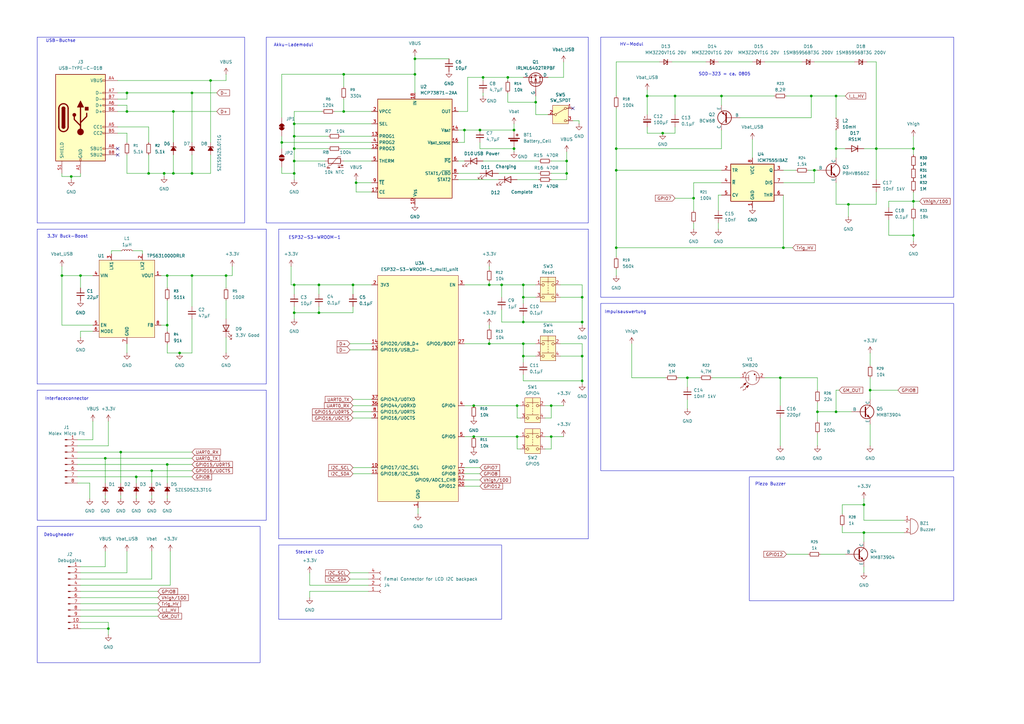
<source format=kicad_sch>
(kicad_sch (version 20250114) (generator "eeschema") (generator_version "9.0")
  (paper "A3")
  (title_block (title "Geiger-Müller Zähler") (date "2025-07-15") (rev "0.1"))
  (rectangle (start 114.3 93.98) (end 241.3 220.98))
  (rectangle (start 109.22 15.24) (end 241.3 91.44))
  (rectangle (start 15.24 160.02) (end 109.22 213.36))
  (rectangle (start 114.3 223.52) (end 205.74 254))
  (rectangle (start 15.24 93.98) (end 109.22 157.48))
  (rectangle (start 246.38 124.46) (end 391.16 193.04))
  (rectangle (start 307.34 195.58) (end 391.16 246.38))
  (rectangle (start 15.24 15.24) (end 100.33 91.44))
  (rectangle (start 246.38 15.24) (end 391.16 121.92))
  (rectangle (start 15.24 215.9) (end 106.68 271.78))
  (text "3.3V Buck-Boost" (at 27.686 97.028 0) (effects (font (size 1.27 1.27))))
  (text "Stecker LCD" (at 127 226.568 0) (effects (font (size 1.27 1.27))))
  (text "USB-Buchse" (at 24.892 16.764 0) (effects (font (size 1.27 1.27))))
  (text "Akku-Lademodul" (at 120.396 18.542 0) (effects (font (size 1.27 1.27))))
  (text "ESP32-S3-WROOM-1" (at 129.032 97.536 0) (effects (font (size 1.27 1.27))))
  (text "Impulsauswertung" (at 256.54 128.016 0) (effects (font (size 1.27 1.27))))
  (text "SOD-323 = ca. 0805" (at 297.18 30.48 0) (effects (font (size 1.27 1.27))))
  (text "HV-Modul" (at 259.08 18.288 0) (effects (font (size 1.27 1.27))))
  (text "Interfaceconnector" (at 27.432 163.576 0) (effects (font (size 1.27 1.27))))
  (text "Piezo Buzzer" (at 315.976 198.628 0) (effects (font (size 1.27 1.27))))
  (text "Debugheader" (at 24.13 219.456 0) (effects (font (size 1.27 1.27))))
  (junction (at 190.5 53.34))
  (junction (at 238.76 121.92))
  (junction (at 130.81 128.27))
  (junction (at 92.71 113.03))
  (junction (at 332.74 39.37))
  (junction (at 194.31 166.37))
  (junction (at 321.31 101.6))
  (junction (at 71.12 71.12))
  (junction (at 200.66 140.97))
  (junction (at 295.91 39.37))
  (junction (at 238.76 146.05))
  (junction (at 200.66 116.84))
  (junction (at 86.36 33.02))
  (junction (at 120.65 71.12))
  (junction (at 226.06 179.07))
  (junction (at 212.09 179.07))
  (junction (at 281.94 154.94))
  (junction (at 342.9 60.96))
  (junction (at 49.53 185.42))
  (junction (at 78.74 113.03))
  (junction (at 374.65 60.96))
  (junction (at 214.63 146.05))
  (junction (at 374.65 82.55))
  (junction (at 120.65 116.84))
  (junction (at 238.76 156.21))
  (junction (at 205.74 116.84))
  (junction (at 342.9 168.91))
  (junction (at 208.28 31.75))
  (junction (at 120.65 66.04))
  (junction (at 214.63 140.97))
  (junction (at 170.18 30.48))
  (junction (at 68.58 113.03))
  (junction (at 210.82 60.96))
  (junction (at 334.01 69.85))
  (junction (at 67.31 71.12))
  (junction (at 354.33 218.44))
  (junction (at 284.48 81.28))
  (junction (at 214.63 116.84))
  (junction (at 347.98 83.82))
  (junction (at 68.58 133.35))
  (junction (at 198.12 31.75))
  (junction (at 214.63 121.92))
  (junction (at 356.87 160.02))
  (junction (at 71.12 45.72))
  (junction (at 68.58 190.5))
  (junction (at 212.09 166.37))
  (junction (at 60.96 71.12))
  (junction (at 144.78 116.84))
  (junction (at 359.41 60.96))
  (junction (at 120.65 128.27))
  (junction (at 146.05 74.93))
  (junction (at 320.04 154.94))
  (junction (at 115.57 58.42))
  (junction (at 120.65 50.8))
  (junction (at 276.86 39.37))
  (junction (at 265.43 39.37))
  (junction (at 252.73 60.96))
  (junction (at 252.73 69.85))
  (junction (at 52.07 38.1))
  (junction (at 33.02 113.03))
  (junction (at 214.63 132.08))
  (junction (at 194.31 179.07))
  (junction (at 44.45 257.81))
  (junction (at 78.74 38.1))
  (junction (at 55.88 195.58))
  (junction (at 140.97 45.72))
  (junction (at 238.76 132.08))
  (junction (at 226.06 166.37))
  (junction (at 335.28 168.91))
  (junction (at 210.82 53.34))
  (junction (at 170.18 24.13))
  (junction (at 232.41 71.12))
  (junction (at 130.81 116.84))
  (junction (at 78.74 71.12))
  (junction (at 120.65 55.88))
  (junction (at 374.65 96.52))
  (junction (at 232.41 66.04))
  (junction (at 52.07 45.72))
  (junction (at 140.97 30.48))
  (junction (at 354.33 207.01))
  (junction (at 219.71 41.91))
  (junction (at 73.66 144.78))
  (junction (at 252.73 101.6))
  (junction (at 271.78 54.61))
  (junction (at 196.85 53.34))
  (junction (at 43.18 187.96))
  (junction (at 62.23 193.04))
  (junction (at 120.65 60.96))
  (junction (at 25.4 113.03))
  (junction (at 342.9 39.37))
  (junction (at 29.21 72.39))
  (no_connect (at 495.3 -2.54))
  (no_connect (at 495.3 40.64))
  (no_connect (at 48.26 63.5))
  (no_connect (at 495.3 50.8))
  (no_connect (at 495.3 5.08))
  (no_connect (at 495.3 43.18))
  (no_connect (at 495.3 45.72))
  (no_connect (at 495.3 27.94))
  (no_connect (at 495.3 15.24))
  (no_connect (at 495.3 38.1))
  (no_connect (at 495.3 2.54))
  (no_connect (at 495.3 48.26))
  (no_connect (at 234.95 44.45))
  (no_connect (at 495.3 0))
  (no_connect (at 495.3 10.16))
  (no_connect (at 495.3 12.7))
  (no_connect (at 495.3 35.56))
  (no_connect (at 495.3 20.32))
  (no_connect (at 495.3 7.62))
  (no_connect (at 495.3 17.78))
  (no_connect (at 495.3 30.48))
  (no_connect (at 495.3 33.02))
  (no_connect (at 495.3 22.86))
  (no_connect (at 48.26 60.96))
  (no_connect (at 495.3 25.4))
  (wire (pts (xy 237.49 49.53) (xy 234.95 49.53)))
  (wire (pts (xy 238.76 132.08) (xy 238.76 133.35)))
  (wire (pts (xy 212.09 73.66) (xy 220.98 73.66)))
  (wire (pts (xy 238.76 121.92) (xy 238.76 132.08)))
  (wire (pts (xy 342.9 60.96) (xy 342.9 64.77)))
  (wire (pts (xy 238.76 156.21) (xy 238.76 157.48)))
  (wire (pts (xy 374.65 90.17) (xy 374.65 96.52)))
  (wire (pts (xy 52.07 71.12) (xy 60.96 71.12)))
  (wire (pts (xy 295.91 39.37) (xy 295.91 43.18)))
  (wire (pts (xy 284.48 91.44) (xy 284.48 93.98)))
  (wire (pts (xy 354.33 60.96) (xy 359.41 60.96)))
  (wire (pts (xy 33.02 135.89) (xy 33.02 138.43)))
  (wire (pts (xy 120.65 66.04) (xy 120.65 71.12)))
  (wire (pts (xy 200.66 116.84) (xy 190.5 116.84)))
  (wire (pts (xy 36.83 198.12) (xy 31.75 198.12)))
  (wire (pts (xy 68.58 123.19) (xy 68.58 133.35)))
  (wire (pts (xy 226.06 71.12) (xy 232.41 71.12)))
  (wire (pts (xy 336.55 227.33) (xy 346.71 227.33)))
  (wire (pts (xy 78.74 38.1) (xy 78.74 58.42)))
  (wire (pts (xy 139.7 55.88) (xy 152.4 55.88)))
  (wire (pts (xy 271.78 54.61) (xy 276.86 54.61)))
  (wire (pts (xy 68.58 190.5) (xy 78.74 190.5)))
  (wire (pts (xy 86.36 71.12) (xy 78.74 71.12)))
  (wire (pts (xy 284.48 74.93) (xy 295.91 74.93)))
  (wire (pts (xy 281.94 154.94) (xy 281.94 158.75)))
  (wire (pts (xy 33.02 250.19) (xy 64.77 250.19)))
  (wire (pts (xy 200.66 139.7) (xy 200.66 140.97)))
  (wire (pts (xy 71.12 71.12) (xy 67.31 71.12)))
  (wire (pts (xy 226.06 171.45) (xy 226.06 166.37)))
  (wire (pts (xy 231.14 179.07) (xy 226.06 179.07)))
  (wire (pts (xy 342.9 53.34) (xy 342.9 60.96)))
  (wire (pts (xy 229.87 116.84) (xy 238.76 116.84)))
  (wire (pts (xy 140.97 30.48) (xy 140.97 35.56)))
  (wire (pts (xy 71.12 63.5) (xy 71.12 71.12)))
  (wire (pts (xy 52.07 63.5) (xy 52.07 71.12)))
  (wire (pts (xy 223.52 179.07) (xy 226.06 179.07)))
  (wire (pts (xy 232.41 71.12) (xy 232.41 73.66)))
  (wire (pts (xy 52.07 54.61) (xy 48.26 54.61)))
  (wire (pts (xy 170.18 24.13) (xy 184.15 24.13)))
  (wire (pts (xy 194.31 179.07) (xy 212.09 179.07)))
  (wire (pts (xy 190.5 58.42) (xy 190.5 53.34)))
  (wire (pts (xy 238.76 116.84) (xy 238.76 121.92)))
  (wire (pts (xy 335.28 160.02) (xy 335.28 154.94)))
  (wire (pts (xy 68.58 203.2) (xy 68.58 204.47)))
  (wire (pts (xy 33.02 242.57) (xy 64.77 242.57)))
  (wire (pts (xy 276.86 39.37) (xy 295.91 39.37)))
  (wire (pts (xy 62.23 193.04) (xy 62.23 198.12)))
  (wire (pts (xy 226.06 73.66) (xy 232.41 73.66)))
  (wire (pts (xy 194.31 166.37) (xy 212.09 166.37)))
  (wire (pts (xy 78.74 113.03) (xy 78.74 125.73)))
  (wire (pts (xy 52.07 45.72) (xy 71.12 45.72)))
  (wire (pts (xy 120.65 66.04) (xy 133.35 66.04)))
  (wire (pts (xy 359.41 60.96) (xy 359.41 73.66)))
  (wire (pts (xy 190.5 194.31) (xy 196.85 194.31)))
  (wire (pts (xy 140.97 66.04) (xy 152.4 66.04)))
  (wire (pts (xy 198.12 31.75) (xy 198.12 33.02)))
  (wire (pts (xy 332.74 39.37) (xy 332.74 48.26)))
  (wire (pts (xy 78.74 71.12) (xy 71.12 71.12)))
  (wire (pts (xy 55.88 195.58) (xy 55.88 198.12)))
  (wire (pts (xy 171.45 208.28) (xy 171.45 210.82)))
  (wire (pts (xy 321.31 101.6) (xy 325.12 101.6)))
  (wire (pts (xy 36.83 204.47) (xy 36.83 198.12)))
  (wire (pts (xy 44.45 172.72) (xy 44.45 182.88)))
  (wire (pts (xy 342.9 39.37) (xy 332.74 39.37)))
  (wire (pts (xy 48.26 33.02) (xy 86.36 33.02)))
  (wire (pts (xy 140.97 30.48) (xy 170.18 30.48)))
  (wire (pts (xy 374.65 96.52) (xy 374.65 99.06)))
  (wire (pts (xy 374.65 60.96) (xy 374.65 63.5)))
  (wire (pts (xy 294.64 80.01) (xy 295.91 80.01)))
  (wire (pts (xy 335.28 168.91) (xy 335.28 165.1)))
  (wire (pts (xy 43.18 187.96) (xy 78.74 187.96)))
  (wire (pts (xy 356.87 160.02) (xy 368.3 160.02)))
  (wire (pts (xy 364.49 85.09) (xy 364.49 82.55)))
  (wire (pts (xy 48.26 43.18) (xy 52.07 43.18)))
  (wire (pts (xy 44.45 257.81) (xy 44.45 255.27)))
  (wire (pts (xy 294.64 80.01) (xy 294.64 86.36)))
  (wire (pts (xy 78.74 144.78) (xy 73.66 144.78)))
  (wire (pts (xy 52.07 140.97) (xy 52.07 144.78)))
  (wire (pts (xy 354.33 213.36) (xy 370.84 213.36)))
  (wire (pts (xy 214.63 146.05) (xy 214.63 148.59)))
  (wire (pts (xy 364.49 82.55) (xy 374.65 82.55)))
  (wire (pts (xy 67.31 71.12) (xy 67.31 72.39)))
  (wire (pts (xy 214.63 146.05) (xy 219.71 146.05)))
  (wire (pts (xy 43.18 203.2) (xy 43.18 204.47)))
  (wire (pts (xy 364.49 90.17) (xy 364.49 96.52)))
  (wire (pts (xy 238.76 140.97) (xy 238.76 146.05)))
  (wire (pts (xy 25.4 71.12) (xy 25.4 72.39)))
  (wire (pts (xy 289.56 25.4) (xy 275.59 25.4)))
  (wire (pts (xy 48.26 52.07) (xy 60.96 52.07)))
  (wire (pts (xy 295.91 60.96) (xy 295.91 53.34)))
  (wire (pts (xy 92.71 113.03) (xy 95.25 113.03)))
  (wire (pts (xy 342.9 39.37) (xy 346.71 39.37)))
  (wire (pts (xy 232.41 62.23) (xy 232.41 66.04)))
  (wire (pts (xy 130.81 128.27) (xy 144.78 128.27)))
  (wire (pts (xy 170.18 30.48) (xy 170.18 38.1)))
  (wire (pts (xy 214.63 132.08) (xy 238.76 132.08)))
  (wire (pts (xy 62.23 203.2) (xy 62.23 204.47)))
  (wire (pts (xy 144.78 163.83) (xy 152.4 163.83)))
  (wire (pts (xy 214.63 116.84) (xy 214.63 121.92)))
  (wire (pts (xy 354.33 232.41) (xy 354.33 234.95)))
  (wire (pts (xy 214.63 121.92) (xy 214.63 124.46)))
  (wire (pts (xy 144.78 166.37) (xy 152.4 166.37)))
  (wire (pts (xy 60.96 52.07) (xy 60.96 58.42)))
  (wire (pts (xy 143.51 140.97) (xy 152.4 140.97)))
  (wire (pts (xy 223.52 166.37) (xy 226.06 166.37)))
  (wire (pts (xy 49.53 203.2) (xy 49.53 204.47)))
  (wire (pts (xy 33.02 257.81) (xy 44.45 257.81)))
  (wire (pts (xy 335.28 154.94) (xy 320.04 154.94)))
  (wire (pts (xy 270.51 25.4) (xy 252.73 25.4)))
  (wire (pts (xy 170.18 24.13) (xy 170.18 30.48)))
  (wire (pts (xy 115.57 30.48) (xy 140.97 30.48)))
  (wire (pts (xy 119.38 109.22) (xy 119.38 116.84)))
  (wire (pts (xy 313.69 25.4) (xy 328.93 25.4)))
  (wire (pts (xy 238.76 146.05) (xy 238.76 156.21)))
  (wire (pts (xy 212.09 166.37) (xy 212.09 171.45)))
  (wire (pts (xy 33.02 255.27) (xy 44.45 255.27)))
  (wire (pts (xy 237.49 50.8) (xy 237.49 49.53)))
  (wire (pts (xy 190.5 191.77) (xy 196.85 191.77)))
  (wire (pts (xy 49.53 185.42) (xy 78.74 185.42)))
  (wire (pts (xy 120.65 60.96) (xy 134.62 60.96)))
  (wire (pts (xy 29.21 72.39) (xy 33.02 72.39)))
  (wire (pts (xy 214.63 140.97) (xy 214.63 146.05)))
  (wire (pts (xy 345.44 215.9) (xy 345.44 218.44)))
  (wire (pts (xy 92.71 30.48) (xy 92.71 33.02)))
  (wire (pts (xy 226.06 166.37) (xy 231.14 166.37)))
  (wire (pts (xy 229.87 146.05) (xy 238.76 146.05)))
  (wire (pts (xy 68.58 113.03) (xy 78.74 113.03)))
  (wire (pts (xy 252.73 60.96) (xy 295.91 60.96)))
  (wire (pts (xy 62.23 226.06) (xy 62.23 237.49)))
  (wire (pts (xy 359.41 25.4) (xy 355.6 25.4)))
  (wire (pts (xy 374.65 82.55) (xy 377.19 82.55)))
  (wire (pts (xy 48.26 40.64) (xy 52.07 40.64)))
  (wire (pts (xy 31.75 187.96) (xy 43.18 187.96)))
  (wire (pts (xy 78.74 38.1) (xy 88.9 38.1)))
  (wire (pts (xy 49.53 102.87) (xy 45.72 102.87)))
  (wire (pts (xy 115.57 71.12) (xy 120.65 71.12)))
  (wire (pts (xy 31.75 190.5) (xy 68.58 190.5)))
  (wire (pts (xy 231.14 31.75) (xy 224.79 31.75)))
  (wire (pts (xy 33.02 245.11) (xy 64.77 245.11)))
  (wire (pts (xy 139.7 60.96) (xy 152.4 60.96)))
  (wire (pts (xy 48.26 45.72) (xy 52.07 45.72)))
  (wire (pts (xy 44.45 182.88) (xy 31.75 182.88)))
  (wire (pts (xy 92.71 113.03) (xy 92.71 118.11)))
  (wire (pts (xy 198.12 38.1) (xy 198.12 39.37)))
  (wire (pts (xy 62.23 237.49) (xy 33.02 237.49)))
  (wire (pts (xy 62.23 193.04) (xy 78.74 193.04)))
  (wire (pts (xy 127 234.95) (xy 127 240.03)))
  (wire (pts (xy 334.01 74.93) (xy 334.01 69.85)))
  (wire (pts (xy 143.51 143.51) (xy 152.4 143.51)))
  (wire (pts (xy 198.12 31.75) (xy 208.28 31.75)))
  (wire (pts (xy 144.78 116.84) (xy 144.78 120.65)))
  (wire (pts (xy 321.31 74.93) (xy 334.01 74.93)))
  (wire (pts (xy 226.06 66.04) (xy 232.41 66.04)))
  (wire (pts (xy 68.58 190.5) (xy 68.58 198.12)))
  (wire (pts (xy 58.42 102.87) (xy 58.42 104.14)))
  (wire (pts (xy 226.06 184.15) (xy 226.06 179.07)))
  (wire (pts (xy 214.63 156.21) (xy 238.76 156.21)))
  (wire (pts (xy 205.74 132.08) (xy 214.63 132.08)))
  (wire (pts (xy 52.07 38.1) (xy 78.74 38.1)))
  (wire (pts (xy 295.91 39.37) (xy 317.5 39.37)))
  (wire (pts (xy 321.31 80.01) (xy 321.31 101.6)))
  (wire (pts (xy 143.51 234.95) (xy 151.13 234.95)))
  (wire (pts (xy 284.48 81.28) (xy 284.48 86.36)))
  (wire (pts (xy 265.43 39.37) (xy 276.86 39.37)))
  (wire (pts (xy 152.4 74.93) (xy 146.05 74.93)))
  (wire (pts (xy 342.9 168.91) (xy 349.25 168.91)))
  (wire (pts (xy 187.96 73.66) (xy 204.47 73.66)))
  (wire (pts (xy 144.78 191.77) (xy 152.4 191.77)))
  (wire (pts (xy 252.73 110.49) (xy 252.73 113.03)))
  (wire (pts (xy 44.45 260.35) (xy 44.45 257.81)))
  (wire (pts (xy 356.87 144.78) (xy 356.87 149.86)))
  (wire (pts (xy 115.57 71.12) (xy 115.57 68.58)))
  (wire (pts (xy 120.65 55.88) (xy 120.65 60.96)))
  (wire (pts (xy 187.96 71.12) (xy 196.85 71.12)))
  (wire (pts (xy 120.65 116.84) (xy 119.38 116.84)))
  (wire (pts (xy 213.36 184.15) (xy 212.09 184.15)))
  (wire (pts (xy 71.12 45.72) (xy 88.9 45.72)))
  (wire (pts (xy 69.85 240.03) (xy 33.02 240.03)))
  (wire (pts (xy 152.4 78.74) (xy 146.05 78.74)))
  (wire (pts (xy 374.65 82.55) (xy 374.65 85.09)))
  (wire (pts (xy 232.41 66.04) (xy 232.41 71.12)))
  (wire (pts (xy 120.65 125.73) (xy 120.65 128.27)))
  (wire (pts (xy 140.97 40.64) (xy 140.97 45.72)))
  (wire (pts (xy 152.4 58.42) (xy 115.57 58.42)))
  (wire (pts (xy 115.57 30.48) (xy 115.57 48.26)))
  (wire (pts (xy 252.73 101.6) (xy 321.31 101.6)))
  (wire (pts (xy 354.33 218.44) (xy 370.84 218.44)))
  (wire (pts (xy 212.09 171.45) (xy 213.36 171.45)))
  (wire (pts (xy 342.9 83.82) (xy 347.98 83.82)))
  (wire (pts (xy 151.13 242.57) (xy 127 242.57)))
  (wire (pts (xy 187.96 66.04) (xy 190.5 66.04)))
  (wire (pts (xy 68.58 144.78) (xy 73.66 144.78)))
  (wire (pts (xy 374.65 60.96) (xy 359.41 60.96)))
  (wire (pts (xy 48.26 38.1) (xy 52.07 38.1)))
  (wire (pts (xy 359.41 60.96) (xy 359.41 25.4)))
  (wire (pts (xy 208.28 41.91) (xy 219.71 41.91)))
  (wire (pts (xy 120.65 116.84) (xy 130.81 116.84)))
  (wire (pts (xy 335.28 182.88) (xy 335.28 177.8)))
  (wire (pts (xy 191.77 31.75) (xy 191.77 45.72)))
  (wire (pts (xy 342.9 160.02) (xy 344.17 160.02)))
  (wire (pts (xy 68.58 113.03) (xy 68.58 118.11)))
  (wire (pts (xy 342.9 60.96) (xy 346.71 60.96)))
  (wire (pts (xy 120.65 50.8) (xy 120.65 55.88)))
  (wire (pts (xy 31.75 185.42) (xy 49.53 185.42)))
  (wire (pts (xy 320.04 171.45) (xy 320.04 182.88)))
  (wire (pts (xy 55.88 195.58) (xy 78.74 195.58)))
  (wire (pts (xy 86.36 33.02) (xy 86.36 58.42)))
  (wire (pts (xy 52.07 58.42) (xy 52.07 54.61)))
  (wire (pts (xy 374.65 78.74) (xy 374.65 82.55)))
  (wire (pts (xy 146.05 74.93) (xy 146.05 78.74)))
  (wire (pts (xy 210.82 62.23) (xy 210.82 60.96)))
  (wire (pts (xy 33.02 113.03) (xy 38.1 113.03)))
  (wire (pts (xy 259.08 154.94) (xy 273.05 154.94)))
  (wire (pts (xy 265.43 39.37) (xy 265.43 46.99)))
  (wire (pts (xy 52.07 43.18) (xy 52.07 45.72)))
  (wire (pts (xy 284.48 74.93) (xy 284.48 81.28)))
  (wire (pts (xy 332.74 48.26) (xy 303.53 48.26)))
  (wire (pts (xy 354.33 204.47) (xy 354.33 207.01)))
  (wire (pts (xy 332.74 39.37) (xy 322.58 39.37)))
  (wire (pts (xy 219.71 41.91) (xy 219.71 39.37)))
  (wire (pts (xy 231.14 25.4) (xy 231.14 31.75)))
  (wire (pts (xy 60.96 71.12) (xy 60.96 63.5)))
  (wire (pts (xy 321.31 69.85) (xy 326.39 69.85)))
  (wire (pts (xy 320.04 154.94) (xy 320.04 166.37)))
  (wire (pts (xy 252.73 60.96) (xy 252.73 69.85)))
  (wire (pts (xy 208.28 31.75) (xy 214.63 31.75)))
  (wire (pts (xy 356.87 173.99) (xy 356.87 182.88)))
  (wire (pts (xy 146.05 73.66) (xy 146.05 74.93)))
  (wire (pts (xy 137.16 45.72) (xy 140.97 45.72)))
  (wire (pts (xy 191.77 45.72) (xy 187.96 45.72)))
  (wire (pts (xy 205.74 127) (xy 205.74 132.08)))
  (wire (pts (xy 252.73 101.6) (xy 252.73 105.41)))
  (wire (pts (xy 259.08 140.97) (xy 259.08 154.94)))
  (wire (pts (xy 345.44 210.82) (xy 345.44 207.01)))
  (wire (pts (xy 200.66 110.49) (xy 200.66 109.22)))
  (wire (pts (xy 120.65 71.12) (xy 120.65 73.66)))
  (wire (pts (xy 252.73 25.4) (xy 252.73 39.37)))
  (wire (pts (xy 144.78 194.31) (xy 152.4 194.31)))
  (wire (pts (xy 43.18 232.41) (xy 33.02 232.41)))
  (wire (pts (xy 252.73 69.85) (xy 295.91 69.85)))
  (wire (pts (xy 52.07 234.95) (xy 33.02 234.95)))
  (wire (pts (xy 374.65 55.88) (xy 374.65 60.96)))
  (wire (pts (xy 364.49 96.52) (xy 374.65 96.52)))
  (wire (pts (xy 86.36 33.02) (xy 92.71 33.02)))
  (wire (pts (xy 347.98 83.82) (xy 359.41 83.82)))
  (wire (pts (xy 345.44 218.44) (xy 354.33 218.44)))
  (wire (pts (xy 68.58 133.35) (xy 68.58 135.89)))
  (wire (pts (xy 190.5 53.34) (xy 196.85 53.34)))
  (wire (pts (xy 342.9 168.91) (xy 342.9 160.02)))
  (wire (pts (xy 143.51 237.49) (xy 151.13 237.49)))
  (wire (pts (xy 308.61 57.15) (xy 308.61 64.77)))
  (wire (pts (xy 120.65 55.88) (xy 134.62 55.88)))
  (wire (pts (xy 294.64 91.44) (xy 294.64 93.98)))
  (wire (pts (xy 212.09 166.37) (xy 213.36 166.37)))
  (wire (pts (xy 52.07 226.06) (xy 52.07 234.95)))
  (wire (pts (xy 71.12 45.72) (xy 71.12 58.42)))
  (wire (pts (xy 144.78 116.84) (xy 152.4 116.84)))
  (wire (pts (xy 120.65 116.84) (xy 120.65 120.65)))
  (wire (pts (xy 210.82 50.8) (xy 210.82 53.34)))
  (wire (pts (xy 214.63 121.92) (xy 219.71 121.92)))
  (wire (pts (xy 198.12 66.04) (xy 220.98 66.04)))
  (wire (pts (xy 204.47 71.12) (xy 220.98 71.12)))
  (wire (pts (xy 276.86 54.61) (xy 276.86 52.07)))
  (wire (pts (xy 64.77 252.73) (xy 33.02 252.73)))
  (wire (pts (xy 196.85 60.96) (xy 210.82 60.96)))
  (wire (pts (xy 205.74 116.84) (xy 200.66 116.84)))
  (wire (pts (xy 45.72 102.87) (xy 45.72 104.14)))
  (wire (pts (xy 120.65 45.72) (xy 120.65 50.8)))
  (wire (pts (xy 25.4 133.35) (xy 38.1 133.35)))
  (wire (pts (xy 67.31 71.12) (xy 60.96 71.12)))
  (wire (pts (xy 265.43 52.07) (xy 265.43 54.61)))
  (wire (pts (xy 342.9 39.37) (xy 342.9 48.26)))
  (wire (pts (xy 212.09 179.07) (xy 213.36 179.07)))
  (wire (pts (xy 33.02 113.03) (xy 33.02 118.11)))
  (wire (pts (xy 43.18 226.06) (xy 43.18 232.41)))
  (wire (pts (xy 354.33 218.44) (xy 354.33 222.25)))
  (wire (pts (xy 49.53 185.42) (xy 49.53 198.12)))
  (wire (pts (xy 265.43 54.61) (xy 271.78 54.61)))
  (wire (pts (xy 214.63 129.54) (xy 214.63 132.08)))
  (wire (pts (xy 25.4 72.39) (xy 29.21 72.39)))
  (wire (pts (xy 66.04 113.03) (xy 68.58 113.03)))
  (wire (pts (xy 69.85 226.06) (xy 69.85 240.03)))
  (wire (pts (xy 350.52 25.4) (xy 334.01 25.4)))
  (wire (pts (xy 68.58 133.35) (xy 66.04 133.35)))
  (wire (pts (xy 151.13 240.03) (xy 127 240.03)))
  (wire (pts (xy 223.52 184.15) (xy 226.06 184.15)))
  (wire (pts (xy 190.5 199.39) (xy 196.85 199.39)))
  (wire (pts (xy 214.63 140.97) (xy 219.71 140.97)))
  (wire (pts (xy 78.74 130.81) (xy 78.74 144.78)))
  (wire (pts (xy 25.4 113.03) (xy 33.02 113.03)))
  (wire (pts (xy 265.43 39.37) (xy 265.43 36.83)))
  (wire (pts (xy 54.61 102.87) (xy 58.42 102.87)))
  (wire (pts (xy 130.81 116.84) (xy 130.81 120.65)))
  (wire (pts (xy 200.66 115.57) (xy 200.66 116.84)))
  (wire (pts (xy 200.66 140.97) (xy 190.5 140.97)))
  (wire (pts (xy 38.1 172.72) (xy 38.1 180.34)))
  (wire (pts (xy 78.74 113.03) (xy 92.71 113.03)))
  (wire (pts (xy 320.04 154.94) (xy 313.69 154.94)))
  (wire (pts (xy 205.74 116.84) (xy 205.74 121.92)))
  (wire (pts (xy 334.01 69.85) (xy 335.28 69.85)))
  (wire (pts (xy 190.5 166.37) (xy 194.31 166.37)))
  (wire (pts (xy 68.58 140.97) (xy 68.58 144.78)))
  (wire (pts (xy 354.33 207.01) (xy 354.33 213.36)))
  (wire (pts (xy 219.71 46.99) (xy 224.79 46.99)))
  (wire (pts (xy 335.28 168.91) (xy 342.9 168.91)))
  (wire (pts (xy 190.5 179.07) (xy 194.31 179.07)))
  (wire (pts (xy 132.08 45.72) (xy 120.65 45.72)))
  (wire (pts (xy 229.87 140.97) (xy 238.76 140.97)))
  (wire (pts (xy 200.66 133.35) (xy 200.66 134.62)))
  (wire (pts (xy 86.36 63.5) (xy 86.36 71.12)))
  (wire (pts (xy 190.5 196.85) (xy 196.85 196.85)))
  (wire (pts (xy 25.4 113.03) (xy 25.4 133.35)))
  (wire (pts (xy 120.65 50.8) (xy 152.4 50.8)))
  (wire (pts (xy 356.87 160.02) (xy 356.87 163.83)))
  (wire (pts (xy 356.87 154.94) (xy 356.87 160.02)))
  (wire (pts (xy 281.94 154.94) (xy 287.02 154.94)))
  (wire (pts (xy 214.63 153.67) (xy 214.63 156.21)))
  (wire (pts (xy 115.57 55.88) (xy 115.57 58.42)))
  (wire (pts (xy 170.18 24.13) (xy 170.18 22.86)))
  (wire (pts (xy 345.44 207.01) (xy 354.33 207.01)))
  (wire (pts (xy 140.97 45.72) (xy 152.4 45.72)))
  (wire (pts (xy 187.96 53.34) (xy 190.5 53.34)))
  (wire (pts (xy 212.09 184.15) (xy 212.09 179.07)))
  (wire (pts (xy 276.86 81.28) (xy 284.48 81.28)))
  (wire (pts (xy 38.1 135.89) (xy 33.02 135.89)))
  (wire (pts (xy 252.73 69.85) (xy 252.73 101.6)))
  (wire (pts (xy 120.65 128.27) (xy 130.81 128.27)))
  (wire (pts (xy 127 242.57) (xy 127 245.11)))
  (wire (pts (xy 292.1 154.94) (xy 303.53 154.94)))
  (wire (pts (xy 278.13 154.94) (xy 281.94 154.94)))
  (wire (pts (xy 31.75 195.58) (xy 55.88 195.58)))
  (wire (pts (xy 31.75 193.04) (xy 62.23 193.04)))
  (wire (pts (xy 144.78 168.91) (xy 152.4 168.91)))
  (wire (pts (xy 29.21 72.39) (xy 29.21 73.66)))
  (wire (pts (xy 200.66 140.97) (xy 214.63 140.97)))
  (wire (pts (xy 187.96 58.42) (xy 190.5 58.42)))
  (wire (pts (xy 342.9 74.93) (xy 342.9 83.82)))
  (wire (pts (xy 144.78 128.27) (xy 144.78 125.73)))
  (wire (pts (xy 208.28 38.1) (xy 208.28 41.91)))
  (wire (pts (xy 196.85 58.42) (xy 196.85 60.96)))
  (wire (pts (xy 25.4 109.22) (xy 25.4 113.03)))
  (wire (pts (xy 331.47 69.85) (xy 334.01 69.85)))
  (wire (pts (xy 347.98 83.82) (xy 347.98 88.9)))
  (wire (pts (xy 78.74 63.5) (xy 78.74 71.12)))
  (wire (pts (xy 38.1 180.34) (xy 31.75 180.34)))
  (wire (pts (xy 130.81 116.84) (xy 144.78 116.84)))
  (wire (pts (xy 130.81 128.27) (xy 130.81 125.73)))
  (wire (pts (xy 219.71 41.91) (xy 219.71 46.99)))
  (wire (pts (xy 223.52 171.45) (xy 226.06 171.45)))
  (wire (pts (xy 144.78 171.45) (xy 152.4 171.45)))
  (wire (pts (xy 359.41 83.82) (xy 359.41 78.74)))
  (wire (pts (xy 52.07 40.64) (xy 52.07 38.1)))
  (wire (pts (xy 276.86 39.37) (xy 276.86 46.99)))
  (wire (pts (xy 198.12 31.75) (xy 191.77 31.75)))
  (wire (pts (xy 43.18 187.96) (xy 43.18 198.12)))
  (wire (pts (xy 205.74 116.84) (xy 214.63 116.84)))
  (wire (pts (xy 120.65 60.96) (xy 120.65 66.04)))
  (wire (pts (xy 120.65 128.27) (xy 120.65 130.81)))
  (wire (pts (xy 196.85 53.34) (xy 210.82 53.34)))
  (wire (pts (xy 322.58 227.33) (xy 331.47 227.33)))
  (wire (pts (xy 208.28 31.75) (xy 208.28 33.02)))
  (wire (pts (xy 335.28 172.72) (xy 335.28 168.91)))
  (wire (pts (xy 214.63 116.84) (xy 219.71 116.84)))
  (wire (pts (xy 33.02 72.39) (xy 33.02 71.12)))
  (wire (pts (xy 33.02 247.65) (xy 64.77 247.65)))
  (wire (pts (xy 92.71 138.43) (xy 92.71 144.78)))
  (wire (pts (xy 252.73 44.45) (xy 252.73 60.96)))
  (wire (pts (xy 92.71 123.19) (xy 92.71 130.81)))
  (wire (pts (xy 55.88 203.2) (xy 55.88 204.47)))
  (wire (pts (xy 115.57 58.42) (xy 115.57 60.96)))
  (wire (pts (xy 95.25 113.03) (xy 95.25 109.22)))
  (wire (pts (xy 229.87 121.92) (xy 238.76 121.92)))
  (wire (pts (xy 294.64 25.4) (xy 308.61 25.4)))
  (wire (pts (xy 281.94 163.83) (xy 281.94 167.64)))
  (global_label "GPIO8" (shape input) (at 368.3 160.02 0) (property "Intersheetrefs" "${INTERSHEET_REFS}" (effects (hide yes))))
  (global_label "GPIO8" (shape input) (at 64.77 242.57 0) (property "Intersheetrefs" "${INTERSHEET_REFS}" (effects (hide yes))))
  (global_label "Vhigh{slash}100" (shape input) (at 196.85 196.85 0) (property "Intersheetrefs" "${INTERSHEET_REFS}" (effects (hide yes))))
  (global_label "GPIO7" (shape input) (at 196.85 191.77 0) (property "Intersheetrefs" "${INTERSHEET_REFS}" (effects (hide yes))))
  (global_label "Vhigh{slash}100" (shape input) (at 64.77 245.11 0) (property "Intersheetrefs" "${INTERSHEET_REFS}" (effects (hide yes))))
  (global_label "GM_OUT" (shape input) (at 344.17 160.02 0) (property "Intersheetrefs" "${INTERSHEET_REFS}" (effects (hide yes))))
  (global_label "UART0_RX" (shape input) (at 78.74 185.42 0) (property "Intersheetrefs" "${INTERSHEET_REFS}" (effects (hide yes))))
  (global_label "I2C_SCL" (shape input) (at 143.51 234.95 180) (property "Intersheetrefs" "${INTERSHEET_REFS}" (effects (hide yes))))
  (global_label "GPIO8" (shape input) (at 196.85 194.31 0) (property "Intersheetrefs" "${INTERSHEET_REFS}" (effects (hide yes))))
  (global_label "I2C_SDA" (shape input) (at 143.51 237.49 180) (property "Intersheetrefs" "${INTERSHEET_REFS}" (effects (hide yes))))
  (global_label "D+" (shape input) (at 143.51 140.97 180) (property "Intersheetrefs" "${INTERSHEET_REFS}" (effects (hide yes))))
  (global_label "D+" (shape input) (at 88.9 45.72 0) (property "Intersheetrefs" "${INTERSHEET_REFS}" (effects (hide yes))))
  (global_label "GPIO15{slash}U0RTS" (shape input) (at 78.74 190.5 0) (property "Intersheetrefs" "${INTERSHEET_REFS}" (effects (hide yes))))
  (global_label "GM_OUT" (shape input) (at 64.77 252.73 0) (property "Intersheetrefs" "${INTERSHEET_REFS}" (effects (hide yes))))
  (global_label "GPIO12" (shape input) (at 322.58 227.33 180) (property "Intersheetrefs" "${INTERSHEET_REFS}" (effects (hide yes))))
  (global_label "I2C_SCL" (shape input) (at 144.78 191.77 180) (property "Intersheetrefs" "${INTERSHEET_REFS}" (effects (hide yes))))
  (global_label "GPIO12" (shape input) (at 196.85 199.39 0) (property "Intersheetrefs" "${INTERSHEET_REFS}" (effects (hide yes))))
  (global_label "GPIO16{slash}U0CTS" (shape input) (at 78.74 193.04 0) (property "Intersheetrefs" "${INTERSHEET_REFS}" (effects (hide yes))))
  (global_label "UART0_TX" (shape input) (at 78.74 187.96 0) (property "Intersheetrefs" "${INTERSHEET_REFS}" (effects (hide yes))))
  (global_label "GPIO7" (shape input) (at 276.86 81.28 180) (property "Intersheetrefs" "${INTERSHEET_REFS}" (effects (hide yes))))
  (global_label "UART0_TX" (shape input) (at 144.78 163.83 180) (property "Intersheetrefs" "${INTERSHEET_REFS}" (effects (hide yes))))
  (global_label "D-" (shape input) (at 88.9 38.1 0) (property "Intersheetrefs" "${INTERSHEET_REFS}" (effects (hide yes))))
  (global_label "I2C_SDA" (shape input) (at 144.78 194.31 180) (property "Intersheetrefs" "${INTERSHEET_REFS}" (effects (hide yes))))
  (global_label "UART0_RX" (shape input) (at 144.78 166.37 180) (property "Intersheetrefs" "${INTERSHEET_REFS}" (effects (hide yes))))
  (global_label "Trig_HV" (shape input) (at 64.77 247.65 0) (property "Intersheetrefs" "${INTERSHEET_REFS}" (effects (hide yes))))
  (global_label "Trig_HV" (shape input) (at 325.12 101.6 0) (property "Intersheetrefs" "${INTERSHEET_REFS}" (effects (hide yes))))
  (global_label "GPIO16{slash}U0CTS" (shape input) (at 144.78 171.45 180) (property "Intersheetrefs" "${INTERSHEET_REFS}" (effects (hide yes))))
  (global_label "I_L_HV" (shape input) (at 346.71 39.37 0) (property "Intersheetrefs" "${INTERSHEET_REFS}" (effects (hide yes))))
  (global_label "GPIO8" (shape input) (at 78.74 195.58 0) (property "Intersheetrefs" "${INTERSHEET_REFS}" (effects (hide yes))))
  (global_label "GPIO15{slash}U0RTS" (shape input) (at 144.78 168.91 180) (property "Intersheetrefs" "${INTERSHEET_REFS}" (effects (hide yes))))
  (global_label "I_L_HV" (shape input) (at 64.77 250.19 0) (property "Intersheetrefs" "${INTERSHEET_REFS}" (effects (hide yes))))
  (global_label "Vhigh{slash}100" (shape input) (at 377.19 82.55 0) (property "Intersheetrefs" "${INTERSHEET_REFS}" (effects (hide yes))))
  (global_label "D-" (shape input) (at 143.51 143.51 180) (property "Intersheetrefs" "${INTERSHEET_REFS}" (effects (hide yes))))
  (symbol (lib_id "Device:C_Polarized_Small") (at 265.43 49.53 0) (unit 1)
    (property "Reference" "C12" (at 267.97 47.7138 0) (effects (justify left)))
    (property "Value" "100µF" (at 267.97 50.2538 0) (effects (justify left)))
    (property "Footprint" "Capacitor_SMD:CP_Elec_6.3x5.9" (effects (hide yes)))
    (property "Datasheet" "https://www.mouser.at/ProductDetail/Wurth-Elektronik/875105344010?qs=0KOYDY2FL2%2F64TGt8E3UEQ%3D%3D" (effects (hide yes)))
    (property "Description" "Polarized capacitor, small symbol" (effects (hide yes)))
  )
  (symbol (lib_id "Device:D_Zener_Small_Filled") (at 62.23 200.66 270) (unit 1)
    (property "Reference" "D4" (at 66.294 198.628 90) (effects (justify right)))
    (property "Value" "SZESD5Z3.3T1G" (effects (hide yes)))
    (property "Footprint" "Diode_SMD:D_SOD-523" (effects (hide yes)))
    (property "Datasheet" "https://www.mouser.at/ProductDetail/onsemi/SZESD5Z3.3T1G?qs=k6dkFvHqcvA7AvSde3%2FQ8w%3D%3D" (effects (hide yes)))
    (property "Description" "Zener diode, small symbol, filled shape" (effects (hide yes)))
  )
  (symbol (lib_id "power:GND") (at 171.45 210.82 0) (unit 1)
    (property "Reference" "#PWR032" (effects (hide yes)))
    (property "Value" "GND" (at 171.45 215.9 0))
    (property "Description" "Power symbol creates a global label with name \"GND\" , ground" (effects (hide yes)))
  )
  (symbol (lib_id "power:GND") (at 294.64 93.98 0) (unit 1)
    (property "Reference" "#PWR054" (effects (hide yes)))
    (property "Value" "GND" (at 294.64 99.06 0))
    (property "Description" "Power symbol creates a global label with name \"GND\" , ground" (effects (hide yes)))
  )
  (symbol (lib_id "power:GND") (at 238.76 157.48 0) (unit 1)
    (property "Reference" "#PWR047" (effects (hide yes)))
    (property "Value" "GND" (at 238.76 162.56 0))
    (property "Description" "Power symbol creates a global label with name \"GND\" , ground" (effects (hide yes)))
  )
  (symbol (lib_id "power:+3.3V") (at 200.66 109.22 0) (unit 1)
    (property "Reference" "#PWR037" (effects (hide yes)))
    (property "Value" "+3.3V" (at 200.66 104.14 0))
    (property "Description" "Power symbol creates a global label with name \"+3.3V\"" (effects (hide yes)))
  )
  (symbol (lib_id "power:+3.3V") (at 354.33 204.47 0) (unit 1)
    (property "Reference" "#PWR060" (effects (hide yes)))
    (property "Value" "+3.3V" (at 354.33 199.39 0))
    (property "Description" "Power symbol creates a global label with name \"+3.3V\"" (effects (hide yes)))
  )
  (symbol (lib_id "Device:R_Small") (at 345.44 213.36 0) (unit 1)
    (property "Reference" "R28" (at 347.98 212.0899 0) (effects (font (size 1.016 1.016)) (justify left)))
    (property "Value" "1k" (at 347.98 214.6299 0) (effects (justify left)))
    (property "Footprint" "Resistor_SMD:R_0805_2012Metric_Pad1.20x1.40mm_HandSolder" (effects (hide yes)))
    (property "Datasheet" "https://jlcpcb.com/partdetail/18201-0805W8F1001T5E/C17513" (effects (hide yes)))
    (property "Description" "Resistor, small symbol" (effects (hide yes)))
  )
  (symbol (lib_id "Device:C_Small") (at 364.49 87.63 0) (unit 1)
    (property "Reference" "C18" (at 367.03 86.3662 0) (effects (justify left)))
    (property "Value" "0.1µF" (at 367.03 88.9062 0) (effects (justify left)))
    (property "Footprint" "Capacitor_SMD:C_0805_2012Metric_Pad1.18x1.45mm_HandSolder" (effects (hide yes)))
    (property "Datasheet" "https://jlcpcb.com/partdetail/28983-CL21B104KCFNNNE/C28233" (effects (hide yes)))
    (property "Description" "Unpolarized capacitor, small symbol" (effects (hide yes)))
  )
  (symbol (lib_id "power:GND") (at 33.02 123.19 0) (unit 1)
    (property "Reference" "#PWR03" (effects (hide yes)))
    (property "Value" "GND" (at 33.02 128.27 0))
    (property "Description" "Power symbol creates a global label with name \"GND\" , ground" (effects (hide yes)))
  )
  (symbol (lib_id "Device:R_Small") (at 200.66 113.03 0) (unit 1)
    (property "Reference" "R12" (at 203.2 111.7599 0) (effects (font (size 1.016 1.016)) (justify left)))
    (property "Value" "10k" (at 203.2 114.2999 0) (effects (justify left)))
    (property "Footprint" "Resistor_SMD:R_0805_2012Metric_Pad1.20x1.40mm_HandSolder" (effects (hide yes)))
    (property "Datasheet" "https://jlcpcb.com/partdetail/18102-0805W8F1002T5E/C17414" (effects (hide yes)))
    (property "Description" "Resistor, small symbol" (effects (hide yes)))
  )
  (symbol (lib_id "power:GND") (at 43.18 204.47 0) (unit 1)
    (property "Reference" "#PWR07" (effects (hide yes)))
    (property "Value" "GND" (at 43.18 209.55 0))
    (property "Description" "Power symbol creates a global label with name \"GND\" , ground" (effects (hide yes)))
  )
  (symbol (lib_id "Device:LED") (at 92.71 134.62 90) (unit 1)
    (property "Reference" "D9" (at 96.52 134.9374 90) (effects (justify right)))
    (property "Value" "3,3V Good" (at 96.52 137.4774 90) (effects (justify right)))
    (property "Footprint" "LED_SMD:LED_0805_2012Metric_Pad1.15x1.40mm_HandSolder" (effects (hide yes)))
    (property "Datasheet" "https://www.mouser.at/ProductDetail/Wurth-Elektronik/150080VS75000?qs=LlUlMxKIyB0tGHJmO6%252B0ug%3D%3D" (effects (hide yes)))
    (property "Description" "Light emitting diode" (effects (hide yes)))
    (property "Sim.Pins" "1=K 2=A" (effects (hide yes)))
  )
  (symbol (lib_name "SW_Push_Dual_2") (lib_id "Switch:SW_Push_Dual") (at 224.79 143.51 0) (unit 1)
    (property "Reference" "SW4" (at 224.79 133.35 0))
    (property "Value" "Boot" (at 224.79 135.89 0))
    (property "Footprint" "Button_Switch_SMD:SW_Push_1P1T_NO_E-Switch_TL3301NxxxxxG" (effects (hide yes)))
    (property "Datasheet" "https://www.mouser.at/ProductDetail/Same-Sky/TS04-66-55-BK-160-SMT?qs=A6eO%252BMLsxmSf4UtMOd5Kug%3D%3D" (effects (hide yes)))
    (property "Description" "Push button switch, generic, symbol, four pins" (effects (hide yes)))
  )
  (symbol (lib_id "Device:C_Small") (at 320.04 168.91 0) (unit 1)
    (property "Reference" "C16" (at 322.58 167.6462 0) (effects (justify left)))
    (property "Value" "220pF" (at 322.58 170.1862 0) (effects (justify left)))
    (property "Footprint" "Capacitor_SMD:C_0805_2012Metric_Pad1.18x1.45mm_HandSolder" (effects (hide yes)))
    (property "Datasheet" "https://jlcpcb.com/partdetail/YAGEO-CC0805KRX7R9BB221/C107145" (effects (hide yes)))
    (property "Description" "Unpolarized capacitor, small symbol" (effects (hide yes)))
  )
  (symbol (lib_id "Connector:Conn_01x11_Pin") (at 27.94 245.11 0) (unit 1)
    (property "Reference" "J2" (at 28.575 227.33 0))
    (property "Value" "Debugpins" (at 28.575 229.87 0))
    (property "Footprint" "Connector_PinHeader_2.54mm:PinHeader_1x11_P2.54mm_Vertical" (effects (hide yes)))
    (property "Datasheet" "-" (effects (hide yes)))
    (property "Description" "Generic connector, single row, 01x11, script generated" (effects (hide yes)))
  )
  (symbol (lib_id "power:+3.3V") (at 200.66 133.35 0) (unit 1)
    (property "Reference" "#PWR038" (effects (hide yes)))
    (property "Value" "+3.3V" (at 200.66 128.27 0))
    (property "Description" "Power symbol creates a global label with name \"+3.3V\"" (effects (hide yes)))
  )
  (symbol (lib_id "power:VBUS") (at 92.71 30.48 0) (unit 1)
    (property "Reference" "#PWR021" (effects (hide yes)))
    (property "Value" "VBUS" (at 92.71 25.4 0))
    (property "Description" "Power symbol creates a global label with name \"VBUS\"" (effects (hide yes)))
  )
  (symbol (lib_id "Jumper:SolderJumper_2_Bridged") (at 115.57 52.07 90) (unit 1) (in_bom no)
    (property "Reference" "JP1" (at 117.348 48.768 90) (effects (justify right)))
    (property "Value" "SolderJumper_2_Bridged" (effects (hide yes)))
    (property "Footprint" "Jumper:SolderJumper-2_P1.3mm_Open_RoundedPad1.0x1.5mm" (effects (hide yes)))
    (property "Datasheet" "-" (effects (hide yes)))
    (property "Description" "Solder Jumper, 2-pole, closed/bridged" (effects (hide yes)))
  )
  (symbol (lib_id "Device:R_Small") (at 60.96 60.96 0) (unit 1)
    (property "Reference" "R2" (at 63.5 59.6899 0) (effects (font (size 1.016 1.016)) (justify left)))
    (property "Value" "5.1k" (at 63.5 62.2299 0) (effects (justify left)))
    (property "Footprint" "Resistor_SMD:R_0805_2012Metric_Pad1.20x1.40mm_HandSolder" (effects (hide yes)))
    (property "Datasheet" "https://jlcpcb.com/partdetail/28584-0805W8F5101T5E/C27834" (effects (hide yes)))
    (property "Description" "Resistor, small symbol" (effects (hide yes)))
  )
  (symbol (lib_id "power:VBUS") (at 146.05 73.66 0) (unit 1)
    (property "Reference" "#PWR029" (effects (hide yes)))
    (property "Value" "VBUS" (at 146.05 68.58 0))
    (property "Description" "Power symbol creates a global label with name \"VBUS\"" (effects (hide yes)))
  )
  (symbol (lib_id "Device:R_Small") (at 328.93 69.85 270) (unit 1)
    (property "Reference" "R24" (at 328.93 64.77 90) (effects (font (size 1.016 1.016))))
    (property "Value" "1,5k" (at 328.93 67.31 90))
    (property "Footprint" "Resistor_SMD:R_0805_2012Metric_Pad1.20x1.40mm_HandSolder" (effects (hide yes)))
    (property "Datasheet" "https://jlcpcb.com/partdetail/4717-0805W8F1501T5E/C4310" (effects (hide yes)))
    (property "Description" "Resistor, small symbol" (effects (hide yes)))
  )
  (symbol (lib_id "Device:R_Small") (at 335.28 175.26 0) (unit 1)
    (property "Reference" "R27" (at 337.82 173.9899 0) (effects (font (size 1.016 1.016)) (justify left)))
    (property "Value" "100k" (at 337.82 176.5299 0) (effects (justify left)))
    (property "Footprint" "Resistor_SMD:R_0805_2012Metric_Pad1.20x1.40mm_HandSolder" (effects (hide yes)))
    (property "Datasheet" "https://jlcpcb.com/partdetail/160838-0805W8F1003T5E/C149504" (effects (hide yes)))
    (property "Description" "Resistor, small symbol" (effects (hide yes)))
  )
  (symbol (lib_id "power:GND") (at 73.66 144.78 0) (unit 1)
    (property "Reference" "#PWR020" (effects (hide yes)))
    (property "Value" "GND" (at 73.66 149.86 0))
    (property "Description" "Power symbol creates a global label with name \"GND\" , ground" (effects (hide yes)))
  )
  (symbol (lib_name "NPN_1") (lib_id "Simulation_SPICE:NPN") (at 340.36 69.85 0) (unit 1)
    (property "Reference" "Q3" (at 345.44 68.58 0) (effects (justify left)))
    (property "Value" "PBHV8560Z" (at 345.44 71.1199 0) (effects (justify left)))
    (property "Footprint" "Package_TO_SOT_SMD:SOT-223-3_TabPin2" (effects (hide yes)))
    (property "Datasheet" "https://www.mouser.at/ProductDetail/Nexperia/PBHV8560ZX?qs=d7b8vw%252BBfo3g6ujndv7RPg%3D%3D" (effects (hide yes)))
    (property "Description" "Bipolar transistor symbol for simulation only, substrate tied to the emitter" (effects (hide yes)))
    (property "Sim.Device" "NPN" (effects (hide yes)))
    (property "Sim.Type" "GUMMELPOON" (effects (hide yes)))
    (property "Sim.Pins" "1=C 2=B 3=E" (effects (hide yes)))
  )
  (symbol (lib_id "power:GND") (at 252.73 113.03 0) (unit 1)
    (property "Reference" "#PWR048" (effects (hide yes)))
    (property "Value" "GND" (at 252.73 118.11 0))
    (property "Description" "Power symbol creates a global label with name \"GND\" , ground" (effects (hide yes)))
  )
  (symbol (lib_id "power:GND") (at 308.61 85.09 0) (unit 1)
    (property "Reference" "#PWR056" (effects (hide yes)))
    (property "Value" "GND" (at 308.61 90.17 0))
    (property "Description" "Power symbol creates a global label with name \"GND\" , ground" (effects (hide yes)))
  )
  (symbol (lib_id "Device:R_Small") (at 252.73 107.95 0) (unit 1)
    (property "Reference" "R19" (at 255.27 106.6799 0) (effects (font (size 1.016 1.016)) (justify left)))
    (property "Value" "560k" (at 255.27 109.2199 0) (effects (justify left)))
    (property "Footprint" "Resistor_SMD:R_0805_2012Metric_Pad1.20x1.40mm_HandSolder" (effects (hide yes)))
    (property "Datasheet" "https://www.mouser.at/ProductDetail/KOA-Speer/RK73B2ATTD564J?qs=lbIYeLk%252BpCU4IXHWB4JA8w%3D%3D" (effects (hide yes)))
    (property "Description" "Resistor, small symbol" (effects (hide yes)))
  )
  (symbol (lib_id "Device:R_Small") (at 374.65 76.2 0) (unit 1)
    (property "Reference" "R32" (at 377.19 74.9299 0) (effects (font (size 1.016 1.016)) (justify left)))
    (property "Value" "1M" (at 377.19 77.4699 0) (effects (justify left)))
    (property "Footprint" "Resistor_SMD:R_0805_2012Metric_Pad1.20x1.40mm_HandSolder" (effects (hide yes)))
    (property "Datasheet" "https://www.mouser.at/ProductDetail/YAGEO/AC0805DR-071ML?qs=r5DSvlrkXmJEKNZJOwnykA%3D%3D" (effects (hide yes)))
    (property "Description" "Resistor, small symbol" (effects (hide yes)))
  )
  (symbol (lib_id "Device:D_Zener_Small_Filled") (at 86.36 60.96 270) (unit 1)
    (property "Reference" "D8" (at 85.09 58.928 90) (effects (justify right)))
    (property "Value" "SZESD5Z5.0T1G" (at 89.916 70.358 0) (effects (justify right)))
    (property "Footprint" "Diode_SMD:D_SOD-523" (effects (hide yes)))
    (property "Datasheet" "https://www.mouser.at/ProductDetail/onsemi/SZESD5Z5.0T1G?qs=PJJcWtbOkNWdF22hE1PhjA%3D%3D" (effects (hide yes)))
    (property "Description" "Zener diode, small symbol, filled shape" (effects (hide yes)))
  )
  (symbol (lib_id "Custom:Vbat") (at 210.82 50.8 0) (unit 1) (in_bom no) (on_board no)
    (property "Reference" "#PWR039" (effects (hide yes)))
    (property "Value" "Vbat" (at 210.82 45.72 0))
  )
  (symbol (lib_id "Custom:Vbat_USB") (at 25.4 109.22 0) (unit 1) (in_bom no) (on_board no)
    (property "Reference" "#PWR01" (effects (hide yes)))
    (property "Value" "Vbat_USB" (at 25.4 104.14 0))
  )
  (symbol (lib_id "power:GND") (at 356.87 182.88 0) (unit 1)
    (property "Reference" "#PWR063" (effects (hide yes)))
    (property "Value" "GND" (at 356.87 187.96 0))
    (property "Description" "Power symbol creates a global label with name \"GND\" , ground" (effects (hide yes)))
  )
  (symbol (lib_id "power:+3.3V") (at 231.14 166.37 0) (unit 1)
    (property "Reference" "#PWR042" (effects (hide yes)))
    (property "Value" "+3.3V" (at 231.14 161.29 0))
    (property "Description" "Power symbol creates a global label with name \"+3.3V\"" (effects (hide yes)))
  )
  (symbol (lib_id "Connector:USB_C_Receptacle_USB2.0_16P") (at 33.02 48.26 0) (unit 1)
    (property "Reference" "J3" (at 33.02 25.4 0))
    (property "Value" "USB-TYPE-C-018" (at 33.02 27.94 0))
    (property "Footprint" "Connector_USB:USB_C_Receptacle_GCT_USB4105-xx-A_16P_TopMnt_Horizontal" (effects (hide yes)))
    (property "Datasheet" "https://jlcpcb.com/partdetail/DEALON-USB_TYPE_C018/C2927038" (effects (hide yes)))
    (property "Description" "USB 2.0-only 16P Type-C Receptacle connector" (effects (hide yes)))
  )
  (symbol (lib_id "Device:C_Small") (at 214.63 151.13 0) (unit 1)
    (property "Reference" "C11" (at 217.17 149.8662 0) (effects (justify left)))
    (property "Value" "0.1µF" (at 217.17 152.4062 0) (effects (justify left)))
    (property "Footprint" "Capacitor_SMD:C_0805_2012Metric_Pad1.18x1.45mm_HandSolder" (effects (hide yes)))
    (property "Datasheet" "https://jlcpcb.com/partdetail/28983-CL21B104KCFNNNE/C28233" (effects (hide yes)))
    (property "Description" "Unpolarized capacitor, small symbol" (effects (hide yes)))
  )
  (symbol (lib_id "power:+3.3V") (at 44.45 172.72 0) (unit 1)
    (property "Reference" "#PWR09" (effects (hide yes)))
    (property "Value" "+3.3V" (at 44.45 167.64 0))
    (property "Description" "Power symbol creates a global label with name \"+3.3V\"" (effects (hide yes)))
  )
  (symbol (lib_id "power:GND") (at 210.82 62.23 0) (unit 1)
    (property "Reference" "#PWR040" (effects (hide yes)))
    (property "Value" "GND" (at 214.376 64.262 0))
    (property "Description" "Power symbol creates a global label with name \"GND\" , ground" (effects (hide yes)))
  )
  (symbol (lib_id "power:+3.3V") (at 95.25 109.22 0) (unit 1)
    (property "Reference" "#PWR023" (effects (hide yes)))
    (property "Value" "+3.3V" (at 95.25 104.14 0))
    (property "Description" "Power symbol creates a global label with name \"+3.3V\"" (effects (hide yes)))
  )
  (symbol (lib_id "power:GND") (at 36.83 204.47 0) (unit 1)
    (property "Reference" "#PWR05" (effects (hide yes)))
    (property "Value" "GND" (at 36.83 209.55 0))
    (property "Description" "Power symbol creates a global label with name \"GND\" , ground" (effects (hide yes)))
  )
  (symbol (lib_id "Device:R_Small") (at 134.62 45.72 90) (unit 1)
    (property "Reference" "R6" (at 134.62 40.64 90) (effects (font (size 1.016 1.016))))
    (property "Value" "120k" (at 134.62 43.18 90))
    (property "Footprint" "Resistor_SMD:R_0805_2012Metric_Pad1.20x1.40mm_HandSolder" (effects (hide yes)))
    (property "Datasheet" "https://jlcpcb.com/partdetail/18124-0805W8F1203T5E/C17436" (effects (hide yes)))
    (property "Description" "Resistor, small symbol" (effects (hide yes)))
  )
  (symbol (lib_id "Device:R_Small") (at 374.65 87.63 0) (unit 1)
    (property "Reference" "R33" (at 377.19 86.3599 0) (effects (font (size 1.016 1.016)) (justify left)))
    (property "Value" "18k" (at 377.19 88.8999 0) (effects (justify left)))
    (property "Footprint" "Resistor_SMD:R_0805_2012Metric_Pad1.20x1.40mm_HandSolder" (effects (hide yes)))
    (property "Datasheet" "https://jlcpcb.com/partdetail/18194-0805W8F1802T5E/C17506" (effects (hide yes)))
    (property "Description" "Resistor, small symbol" (effects (hide yes)))
  )
  (symbol (lib_id "Sensor:Nuclear-Radiation_Detector") (at 308.61 154.94 90) (unit 1)
    (property "Reference" "V1" (at 307.5964 147.32 90))
    (property "Value" "SMB20" (at 307.5964 149.86 90))
    (property "Footprint" "CustomLib:SBM-20" (effects (hide yes)))
    (property "Datasheet" "https://www.mouser.at/ProductDetail/Littelfuse/01020071Z?qs=hgmQaE9nnAzCBYDQcIezzw%3D%3D" (effects (hide yes)))
    (property "Description" "Generic radiation detector" (effects (hide yes)))
  )
  (symbol (lib_id "Connector:Conn_01x04_Socket") (at 156.21 240.03 0) (mirror x) (unit 1)
    (property "Reference" "J4" (at 157.48 240.0301 0) (effects (justify left)))
    (property "Value" "Femal Connector for LCD I2C backpack" (at 157.48 237.4901 0) (effects (justify left)))
    (property "Footprint" "Connector_PinHeader_2.54mm:PinHeader_1x04_P2.54mm_Horizontal" (effects (hide yes)))
    (property "Datasheet" "https://www.mouser.at/ProductDetail/Wurth-Elektronik/613010143121?qs=ZtY9WdtwX57y7MI3S9roUA%3D%3D" (effects (hide yes)))
    (property "Description" "Generic connector, single row, 01x04, script generated" (effects (hide yes)))
  )
  (symbol (lib_id "Device:D_Zener_Small_Filled") (at 49.53 200.66 270) (unit 1)
    (property "Reference" "D2" (at 53.594 198.628 90) (effects (justify right)))
    (property "Value" "SZESD5Z3.3T1G" (effects (hide yes)))
    (property "Footprint" "Diode_SMD:D_SOD-523" (effects (hide yes)))
    (property "Datasheet" "https://www.mouser.at/ProductDetail/onsemi/SZESD5Z3.3T1G?qs=k6dkFvHqcvA7AvSde3%2FQ8w%3D%3D" (effects (hide yes)))
    (property "Description" "Zener diode, small symbol, filled shape" (effects (hide yes)))
  )
  (symbol (lib_id "Device:R_Small") (at 208.28 35.56 0) (unit 1)
    (property "Reference" "R14" (at 210.82 34.2899 0) (effects (font (size 1.016 1.016)) (justify left)))
    (property "Value" "10k" (at 210.82 36.8299 0) (effects (justify left)))
    (property "Footprint" "Resistor_SMD:R_0805_2012Metric_Pad1.20x1.40mm_HandSolder" (effects (hide yes)))
    (property "Datasheet" "https://jlcpcb.com/partdetail/18102-0805W8F1002T5E/C17414" (effects (hide yes)))
    (property "Description" "Resistor, small symbol" (effects (hide yes)))
  )
  (symbol (lib_id "Device:R_Small") (at 356.87 152.4 0) (unit 1)
    (property "Reference" "R29" (at 359.41 151.1299 0) (effects (font (size 1.016 1.016)) (justify left)))
    (property "Value" "10k" (at 359.41 153.6699 0) (effects (justify left)))
    (property "Footprint" "Resistor_SMD:R_0805_2012Metric_Pad1.20x1.40mm_HandSolder" (effects (hide yes)))
    (property "Datasheet" "https://jlcpcb.com/partdetail/18102-0805W8F1002T5E/C17414" (effects (hide yes)))
    (property "Description" "Resistor, small symbol" (effects (hide yes)))
  )
  (symbol (lib_id "Device:R_Small") (at 374.65 71.12 0) (unit 1)
    (property "Reference" "R31" (at 377.19 69.8499 0) (effects (font (size 1.016 1.016)) (justify left)))
    (property "Value" "1M" (at 377.19 72.3899 0) (effects (justify left)))
    (property "Footprint" "Resistor_SMD:R_0805_2012Metric_Pad1.20x1.40mm_HandSolder" (effects (hide yes)))
    (property "Datasheet" "https://www.mouser.at/ProductDetail/YAGEO/AC0805DR-071ML?qs=r5DSvlrkXmJEKNZJOwnykA%3D%3D" (effects (hide yes)))
    (property "Description" "Resistor, small symbol" (effects (hide yes)))
  )
  (symbol (lib_id "power:GND") (at 55.88 204.47 0) (unit 1)
    (property "Reference" "#PWR014" (effects (hide yes)))
    (property "Value" "GND" (at 55.88 209.55 0))
    (property "Description" "Power symbol creates a global label with name \"GND\" , ground" (effects (hide yes)))
  )
  (symbol (lib_id "Device:R_Small") (at 374.65 66.04 0) (unit 1)
    (property "Reference" "R30" (at 377.19 64.7699 0) (effects (font (size 1.016 1.016)) (justify left)))
    (property "Value" "1M" (at 377.19 67.3099 0) (effects (justify left)))
    (property "Footprint" "Resistor_SMD:R_0805_2012Metric_Pad1.20x1.40mm_HandSolder" (effects (hide yes)))
    (property "Datasheet" "https://www.mouser.at/ProductDetail/YAGEO/AC0805DR-071ML?qs=r5DSvlrkXmJEKNZJOwnykA%3D%3D" (effects (hide yes)))
    (property "Description" "Resistor, small symbol" (effects (hide yes)))
  )
  (symbol (lib_id "Device:D_Zener_Small") (at 353.06 25.4 180) (unit 1)
    (property "Reference" "D18" (at 353.06 19.05 0))
    (property "Value" "1SMB5956BT3G 200V" (at 353.06 21.59 0))
    (property "Footprint" "Diode_SMD:D_SMB_Handsoldering" (effects (hide yes)))
    (property "Datasheet" "https://www.mouser.at/ProductDetail/onsemi/1SMB5956BT3G?qs=vLkC5FC1VN8ys0xTgSgReQ%3D%3D" (effects (hide yes)))
    (property "Description" "Zener diode, small symbol" (effects (hide yes)))
  )
  (symbol (lib_id "Device:R_Small") (at 223.52 73.66 90) (unit 1)
    (property "Reference" "R17" (at 220.472 76.454 90))
    (property "Value" "470R" (at 226.568 76.454 90))
    (property "Footprint" "Resistor_SMD:R_0805_2012Metric_Pad1.20x1.40mm_HandSolder" (effects (hide yes)))
    (property "Datasheet" "https://jlcpcb.com/partdetail/18398-0805W8F4700T5E/C17710" (effects (hide yes)))
    (property "Description" "Resistor, small symbol" (effects (hide yes)))
  )
  (symbol (lib_id "power:GND") (at 374.65 99.06 0) (unit 1)
    (property "Reference" "#PWR065" (effects (hide yes)))
    (property "Value" "GND" (at 374.65 104.14 0))
    (property "Description" "Power symbol creates a global label with name \"GND\" , ground" (effects (hide yes)))
  )
  (symbol (lib_id "Device:D_Zener_Small") (at 292.1 25.4 180) (unit 1)
    (property "Reference" "D14" (at 292.1 19.05 0))
    (property "Value" "MM3Z20VT1G 20V" (at 292.1 21.59 0))
    (property "Footprint" "Diode_SMD:D_SOD-323_HandSoldering" (effects (hide yes)))
    (property "Datasheet" "https://www.mouser.at/ProductDetail/onsemi/MM3Z20VT1G?qs=HVbQlW5zcXWXMltfS2PkDw%3D%3D" (effects (hide yes)))
    (property "Description" "Zener diode, small symbol" (effects (hide yes)))
  )
  (symbol (lib_id "Device:D_Zener_Small_Filled") (at 68.58 200.66 270) (unit 1)
    (property "Reference" "D5" (at 72.644 198.628 90) (effects (justify right)))
    (property "Value" "SZESD5Z3.3T1G" (at 86.868 200.914 90) (effects (justify right)))
    (property "Footprint" "Diode_SMD:D_SOD-523" (effects (hide yes)))
    (property "Datasheet" "https://www.mouser.at/ProductDetail/onsemi/SZESD5Z3.3T1G?qs=k6dkFvHqcvA7AvSde3%2FQ8w%3D%3D" (effects (hide yes)))
    (property "Description" "Zener diode, small symbol, filled shape" (effects (hide yes)))
  )
  (symbol (lib_id "Connector:Conn_01x08_Pin") (at 26.67 187.96 0) (unit 1)
    (property "Reference" "J1" (at 27.305 175.26 0))
    (property "Value" "Molex Micro Fit" (at 27.305 177.8 0))
    (property "Footprint" "Connector_Molex:Molex_Micro-Fit_3.0_43045-0810_2x04-1MP_P3.00mm_Horizontal" (effects (hide yes)))
    (property "Datasheet" "https://www.mouser.at/ProductDetail/Molex/43045-0809?qs=4hg9R9g9MDtv%2FHrReUONNg%3D%3D" (effects (hide yes)))
    (property "Description" "Generic connector, single row, 01x08, script generated" (effects (hide yes)))
  )
  (symbol (lib_id "Device:D") (at 350.52 60.96 180) (unit 1)
    (property "Reference" "D17" (at 350.52 54.61 0))
    (property "Value" "RS1M" (at 350.52 57.15 0))
    (property "Footprint" "Diode_SMD:D_SMA" (effects (hide yes)))
    (property "Datasheet" "https://www.mouser.at/ProductDetail/onsemi-Fairchild/RS1M?qs=e%2FRqmsgwm9icSRWI%2F467wA%3D%3D" (effects (hide yes)))
    (property "Description" "Diode" (effects (hide yes)))
    (property "Sim.Device" "D" (effects (hide yes)))
    (property "Sim.Pins" "1=K 2=A" (effects (hide yes)))
  )
  (symbol (lib_name "NPN_2") (lib_id "Simulation_SPICE:NPN") (at 354.33 168.91 0) (unit 1)
    (property "Reference" "Q5" (at 359.41 167.6399 0) (effects (justify left)))
    (property "Value" "MMBT3904" (at 359.41 170.1799 0) (effects (justify left)))
    (property "Footprint" "Package_TO_SOT_SMD:SOT-23-3" (effects (hide yes)))
    (property "Datasheet" "https://jlcpcb.com/partdetail/21237-MMBT3904_RANGE_100_300/C20526" (effects (hide yes)))
    (property "Description" "Bipolar transistor symbol for simulation only, substrate tied to the emitter" (effects (hide yes)))
    (property "Sim.Device" "NPN" (effects (hide yes)))
    (property "Sim.Type" "GUMMELPOON" (effects (hide yes)))
    (property "Sim.Pins" "1=C 2=B 3=E" (effects (hide yes)))
  )
  (symbol (lib_id "Simulation_SPICE:PMOS") (at 219.71 34.29 270) (mirror x) (unit 1)
    (property "Reference" "Q1" (at 219.71 25.4 90))
    (property "Value" "IRLML6402TRPBF" (at 219.71 27.94 90))
    (property "Footprint" "Package_TO_SOT_SMD:SOT-23-3" (effects (hide yes)))
    (property "Datasheet" "https://www.mouser.at/ProductDetail/Infineon-Technologies/IRLML6402TRPBF?qs=9%252BKlkBgLFf0HuZuONx2Ewg%3D%3D" (effects (hide yes)))
    (property "Description" "P-MOSFET transistor, drain/source/gate" (effects (hide yes)))
    (property "Sim.Device" "PMOS" (effects (hide yes)))
    (property "Sim.Type" "VDMOS" (effects (hide yes)))
    (property "Sim.Pins" "1=D 2=G 3=S" (effects (hide yes)))
  )
  (symbol (lib_id "Device:D_Zener_Small_Filled") (at 71.12 60.96 270) (unit 1)
    (property "Reference" "D6" (at 69.85 58.928 90) (effects (justify right)))
    (property "Value" "SZESD5Z5.0T1G" (effects (hide yes)))
    (property "Footprint" "Diode_SMD:D_SOD-523" (effects (hide yes)))
    (property "Datasheet" "https://www.mouser.at/ProductDetail/onsemi/SZESD5Z5.0T1G?qs=PJJcWtbOkNWdF22hE1PhjA%3D%3D" (effects (hide yes)))
    (property "Description" "Zener diode, small symbol, filled shape" (effects (hide yes)))
  )
  (symbol (lib_id "Device:LED") (at 200.66 71.12 0) (unit 1)
    (property "Reference" "D11" (at 199.136 68.58 0))
    (property "Value" "Charging" (at 207.518 68.326 0))
    (property "Footprint" "LED_SMD:LED_0805_2012Metric_Pad1.15x1.40mm_HandSolder" (effects (hide yes)))
    (property "Datasheet" "https://www.mouser.at/ProductDetail/Wurth-Elektronik/150080SS75000?qs=LlUlMxKIyB2zzpiaOzrUdw%3D%3D" (effects (hide yes)))
    (property "Description" "Light emitting diode" (effects (hide yes)))
    (property "Sim.Pins" "1=K 2=A" (effects (hide yes)))
  )
  (symbol (lib_id "power:GND") (at 198.12 39.37 0) (unit 1)
    (property "Reference" "#PWR036" (effects (hide yes)))
    (property "Value" "GND" (at 201.676 41.402 0))
    (property "Description" "Power symbol creates a global label with name \"GND\" , ground" (effects (hide yes)))
  )
  (symbol (lib_id "Device:C_Small") (at 120.65 123.19 0) (unit 1)
    (property "Reference" "C3" (at 123.19 121.9262 0) (effects (justify left)))
    (property "Value" "10µF" (at 123.19 124.4662 0) (effects (justify left)))
    (property "Footprint" "Capacitor_SMD:C_0805_2012Metric_Pad1.18x1.45mm_HandSolder" (effects (hide yes)))
    (property "Datasheet" "https://jlcpcb.com/partdetail/439567-GRM21BR61H106KE43L/C440198" (effects (hide yes)))
    (property "Description" "Unpolarized capacitor, small symbol" (effects (hide yes)))
  )
  (symbol (lib_id "Custom:ICM7555M/TR") (at 308.61 74.93 0) (unit 1)
    (property "Reference" "U4" (at 310.642 63.246 0) (effects (justify left)))
    (property "Value" "ICM7555IBAZ" (at 310.642 65.786 0) (effects (justify left)))
    (property "Footprint" "Package_SO:SOIC-8_3.9x4.9mm_P1.27mm" (effects (hide yes)))
    (property "Datasheet" "https://www.mouser.at/ProductDetail/Renesas-Intersil/ICM7555IBAZ?qs=9fLuogzTs8Jv0Cw4QvRWRA%3D%3D" (effects (hide yes)))
    (property "Description" "CMOS General Purpose Timer, 555 compatible, SOIC-8" (effects (hide yes)))
  )
  (symbol (lib_name "SW_Push_Dual_1") (lib_id "Switch:SW_Push_Dual") (at 224.79 119.38 0) (unit 1)
    (property "Reference" "SW3" (at 224.79 109.22 0))
    (property "Value" "Reset" (at 224.79 111.76 0))
    (property "Footprint" "Button_Switch_SMD:SW_Push_1P1T_NO_E-Switch_TL3301NxxxxxG" (effects (hide yes)))
    (property "Datasheet" "https://www.mouser.at/ProductDetail/Same-Sky/TS04-66-55-BK-160-SMT?qs=A6eO%252BMLsxmSf4UtMOd5Kug%3D%3D" (effects (hide yes)))
    (property "Description" "Push button switch, generic, symbol, four pins" (effects (hide yes)))
  )
  (symbol (lib_id "Simulation_SPICE:NPN") (at 351.79 227.33 0) (unit 1)
    (property "Reference" "Q4" (at 356.87 226.0599 0) (effects (justify left)))
    (property "Value" "MMBT3904" (at 356.87 228.5999 0) (effects (justify left)))
    (property "Footprint" "Package_TO_SOT_SMD:SOT-23-3" (effects (hide yes)))
    (property "Datasheet" "https://jlcpcb.com/partdetail/21237-MMBT3904_RANGE_100_300/C20526" (effects (hide yes)))
    (property "Description" "Bipolar transistor symbol for simulation only, substrate tied to the emitter" (effects (hide yes)))
    (property "Sim.Device" "NPN" (effects (hide yes)))
    (property "Sim.Type" "GUMMELPOON" (effects (hide yes)))
    (property "Sim.Pins" "1=C 2=B 3=E" (effects (hide yes)))
  )
  (symbol (lib_id "Device:C_Small") (at 276.86 49.53 0) (unit 1)
    (property "Reference" "C13" (at 279.4 48.2662 0) (effects (justify left)))
    (property "Value" "0.1µF" (at 279.4 50.8062 0) (effects (justify left)))
    (property "Footprint" "Capacitor_SMD:C_0805_2012Metric_Pad1.18x1.45mm_HandSolder" (effects (hide yes)))
    (property "Datasheet" "https://jlcpcb.com/partdetail/28983-CL21B104KCFNNNE/C28233" (effects (hide yes)))
    (property "Description" "Unpolarized capacitor, small symbol" (effects (hide yes)))
  )
  (symbol (lib_id "Device:R_Small") (at 68.58 120.65 0) (unit 1)
    (property "Reference" "R3" (at 71.12 119.3799 0) (effects (font (size 1.016 1.016)) (justify left)))
    (property "Value" "511k" (at 71.12 121.9199 0) (effects (justify left)))
    (property "Footprint" "Resistor_SMD:R_0805_2012Metric_Pad1.20x1.40mm_HandSolder" (effects (hide yes)))
    (property "Datasheet" "https://www.mouser.at/ProductDetail/YAGEO/RC0805FR-07511KL?qs=sGAEpiMZZMtlubZbdhIBIDa%2FhYjOd3Y%252B0yq202sPyHo%3D" (effects (hide yes)))
    (property "Description" "Resistor, small symbol" (effects (hide yes)))
  )
  (symbol (lib_id "Custom:ESP32-S3-WROOM-1_multi_unit") (at 171.45 138.43 0) (unit 1)
    (property "Reference" "U3" (at 172.085 107.95 0))
    (property "Value" "ESP32-S3-WROOM-1_multi_unit" (at 172.085 110.49 0))
    (property "Footprint" "Espressif:ESP32-S3-WROOM-1" (effects (hide yes)))
    (property "Datasheet" "https://www.mouser.at/ProductDetail/Espressif-Systems/ESP32-S3-WROOM-1-N8?qs=sGAEpiMZZMu3sxpa5v1qrpuLb1YRQvRH486xd1meH8w%3D" (effects (hide yes)))
    (property "Description" "2.4 GHz WiFi (802.11 b/g/n) and Bluetooth ® 5 (LE) module Built around ESP32S3 series of SoCs, Xtensa ® dualcore 32bit LX7 microprocessor Flash up to 16 MB, PSRAM up to 8 MB 36 GPIOs, rich set of peripherals Onboard PCB antenna" (effects (hide yes)))
  )
  (symbol (lib_id "Device:C_Small") (at 144.78 123.19 0) (unit 1)
    (property "Reference" "C5" (at 147.32 121.9262 0) (effects (justify left)))
    (property "Value" "0.1µF" (at 147.32 124.4662 0) (effects (justify left)))
    (property "Footprint" "Capacitor_SMD:C_0805_2012Metric_Pad1.18x1.45mm_HandSolder" (effects (hide yes)))
    (property "Datasheet" "https://jlcpcb.com/partdetail/28983-CL21B104KCFNNNE/C28233" (effects (hide yes)))
    (property "Description" "Unpolarized capacitor, small symbol" (effects (hide yes)))
  )
  (symbol (lib_id "Device:R_Small") (at 334.01 227.33 270) (unit 1)
    (property "Reference" "R25" (at 334.01 222.25 90) (effects (font (size 1.016 1.016))))
    (property "Value" "1k" (at 334.01 224.79 90))
    (property "Footprint" "Resistor_SMD:R_0805_2012Metric_Pad1.20x1.40mm_HandSolder" (effects (hide yes)))
    (property "Datasheet" "https://jlcpcb.com/partdetail/18201-0805W8F1001T5E/C17513" (effects (hide yes)))
    (property "Description" "Resistor, small symbol" (effects (hide yes)))
  )
  (symbol (lib_id "power:VBUS") (at 170.18 22.86 0) (unit 1)
    (property "Reference" "#PWR030" (effects (hide yes)))
    (property "Value" "VBUS" (at 170.18 17.78 0))
    (property "Description" "Power symbol creates a global label with name \"VBUS\"" (effects (hide yes)))
  )
  (symbol (lib_id "power:VBUS") (at 232.41 62.23 0) (unit 1)
    (property "Reference" "#PWR044" (effects (hide yes)))
    (property "Value" "VBUS" (at 232.41 57.15 0))
    (property "Description" "Power symbol creates a global label with name \"VBUS\"" (effects (hide yes)))
  )
  (symbol (lib_id "power:GND") (at 68.58 204.47 0) (unit 1)
    (property "Reference" "#PWR018" (effects (hide yes)))
    (property "Value" "GND" (at 68.58 209.55 0))
    (property "Description" "Power symbol creates a global label with name \"GND\" , ground" (effects (hide yes)))
  )
  (symbol (lib_id "power:GND") (at 120.65 73.66 0) (unit 1)
    (property "Reference" "#PWR025" (effects (hide yes)))
    (property "Value" "GND" (at 120.65 78.74 0))
    (property "Description" "Power symbol creates a global label with name \"GND\" , ground" (effects (hide yes)))
  )
  (symbol (lib_id "Device:C_Small") (at 33.02 120.65 0) (unit 1)
    (property "Reference" "C1" (at 35.56 119.3862 0) (effects (justify left)))
    (property "Value" "22µF" (at 35.56 121.9262 0) (effects (justify left)))
    (property "Footprint" "Capacitor_SMD:C_0805_2012Metric_Pad1.18x1.45mm_HandSolder" (effects (hide yes)))
    (property "Datasheet" "https://jlcpcb.com/partdetail/46786-CL21A226MAQNNNE/C45783" (effects (hide yes)))
    (property "Description" "Unpolarized capacitor, small symbol" (effects (hide yes)))
  )
  (symbol (lib_id "Device:R_Small") (at 223.52 71.12 270) (unit 1)
    (property "Reference" "R16" (at 220.98 68.834 90))
    (property "Value" "470R" (at 226.568 68.834 90))
    (property "Footprint" "Resistor_SMD:R_0805_2012Metric_Pad1.20x1.40mm_HandSolder" (effects (hide yes)))
    (property "Datasheet" "https://jlcpcb.com/partdetail/18398-0805W8F4700T5E/C17710" (effects (hide yes)))
    (property "Description" "Resistor, small symbol" (effects (hide yes)))
  )
  (symbol (lib_id "Device:C_Small") (at 198.12 35.56 0) (unit 1)
    (property "Reference" "C8" (at 200.66 34.2962 0) (effects (justify left)))
    (property "Value" "4,7µF" (at 200.66 36.8362 0) (effects (justify left)))
    (property "Footprint" "Capacitor_SMD:C_0805_2012Metric_Pad1.18x1.45mm_HandSolder" (effects (hide yes)))
    (property "Datasheet" "https://jlcpcb.com/partdetail/2131-CL21A475KAQNNNE/C1779" (effects (hide yes)))
    (property "Description" "Unpolarized capacitor, small symbol" (effects (hide yes)))
  )
  (symbol (lib_id "Device:C_Small") (at 196.85 55.88 0) (unit 1)
    (property "Reference" "C7" (at 199.39 54.6162 0) (effects (justify left)))
    (property "Value" "4,7µF" (at 199.39 57.1562 0) (effects (justify left)))
    (property "Footprint" "Capacitor_SMD:C_0805_2012Metric_Pad1.18x1.45mm_HandSolder" (effects (hide yes)))
    (property "Datasheet" "https://jlcpcb.com/partdetail/2131-CL21A475KAQNNNE/C1779" (effects (hide yes)))
    (property "Description" "Unpolarized capacitor, small symbol" (effects (hide yes)))
  )
  (symbol (lib_id "Custom:Vbat") (at 62.23 226.06 0) (unit 1) (in_bom no) (on_board no)
    (property "Reference" "#PWR016" (effects (hide yes)))
    (property "Value" "Vbat" (at 62.23 220.98 0))
  )
  (symbol (lib_id "power:+3.3V") (at 69.85 226.06 0) (unit 1)
    (property "Reference" "#PWR019" (effects (hide yes)))
    (property "Value" "+3.3V" (at 69.85 220.98 0))
    (property "Description" "Power symbol creates a global label with name \"+3.3V\"" (effects (hide yes)))
  )
  (symbol (lib_id "Device:R_Small") (at 289.56 154.94 270) (unit 1)
    (property "Reference" "R22" (at 289.56 149.86 90) (effects (font (size 1.016 1.016))))
    (property "Value" "4,7M" (at 289.56 152.4 90))
    (property "Footprint" "Resistor_SMD:R_0805_2012Metric_Pad1.20x1.40mm_HandSolder" (effects (hide yes)))
    (property "Datasheet" "https://www.mouser.at/ProductDetail/YAGEO/RC0805JR-0747ML?qs=rqFnXrWl5TYKB5oMZevaTw%3D%3D" (effects (hide yes)))
    (property "Description" "Resistor, small symbol" (effects (hide yes)))
  )
  (symbol (lib_id "power:GND") (at 237.49 50.8 0) (unit 1)
    (property "Reference" "#PWR045" (effects (hide yes)))
    (property "Value" "GND" (at 237.49 55.88 0))
    (property "Description" "Power symbol creates a global label with name \"GND\" , ground" (effects (hide yes)))
  )
  (symbol (lib_id "Device:Thermistor_NTC") (at 137.16 66.04 90) (unit 1)
    (property "Reference" "TH1" (at 132.08 67.818 90))
    (property "Value" "10k NTC" (at 137.16 70.612 90))
    (property "Footprint" "Resistor_SMD:R_0805_2012Metric_Pad1.20x1.40mm_HandSolder" (effects (hide yes)))
    (property "Datasheet" "https://www.mouser.at/ProductDetail/Vishay-BC-Components/NTCS0805E3103FHT?qs=%2FWiulJ9oly74KIuevFiaAw%3D%3D" (effects (hide yes)))
    (property "Description" "Temperature dependent resistor, negative temperature coefficient" (effects (hide yes)))
  )
  (symbol (lib_id "Device:R_Small") (at 137.16 60.96 90) (unit 1)
    (property "Reference" "R8" (at 133.604 62.484 90))
    (property "Value" "100k" (at 141.732 62.484 90))
    (property "Footprint" "Resistor_SMD:R_0805_2012Metric_Pad1.20x1.40mm_HandSolder" (effects (hide yes)))
    (property "Datasheet" "https://jlcpcb.com/partdetail/160838-0805W8F1003T5E/C149504" (effects (hide yes)))
    (property "Description" "Resistor, small symbol" (effects (hide yes)))
  )
  (symbol (lib_id "power:+3.3V") (at 231.14 179.07 0) (unit 1)
    (property "Reference" "#PWR043" (effects (hide yes)))
    (property "Value" "+3.3V" (at 231.14 173.99 0))
    (property "Description" "Power symbol creates a global label with name \"+3.3V\"" (effects (hide yes)))
  )
  (symbol (lib_id "power:GND") (at 194.31 184.15 0) (unit 1)
    (property "Reference" "#PWR035" (effects (hide yes)))
    (property "Value" "GND" (at 194.31 189.23 0))
    (property "Description" "Power symbol creates a global label with name \"GND\" , ground" (effects (hide yes)))
  )
  (symbol (lib_id "Device:R_Small") (at 275.59 154.94 270) (unit 1)
    (property "Reference" "R20" (at 275.59 149.86 90) (effects (font (size 1.016 1.016))))
    (property "Value" "1M" (at 275.59 152.4 90))
    (property "Footprint" "Resistor_SMD:R_0805_2012Metric_Pad1.20x1.40mm_HandSolder" (effects (hide yes)))
    (property "Datasheet" "https://www.mouser.at/ProductDetail/YAGEO/AC0805DR-071ML?qs=r5DSvlrkXmJEKNZJOwnykA%3D%3D" (effects (hide yes)))
    (property "Description" "Resistor, small symbol" (effects (hide yes)))
  )
  (symbol (lib_id "power:GND") (at 335.28 182.88 0) (unit 1)
    (property "Reference" "#PWR058" (effects (hide yes)))
    (property "Value" "GND" (at 335.28 187.96 0))
    (property "Description" "Power symbol creates a global label with name \"GND\" , ground" (effects (hide yes)))
  )
  (symbol (lib_id "power:GND") (at 62.23 204.47 0) (unit 1)
    (property "Reference" "#PWR015" (effects (hide yes)))
    (property "Value" "GND" (at 62.23 209.55 0))
    (property "Description" "Power symbol creates a global label with name \"GND\" , ground" (effects (hide yes)))
  )
  (symbol (lib_id "power:GND") (at 44.45 260.35 0) (unit 1)
    (property "Reference" "#PWR010" (effects (hide yes)))
    (property "Value" "GND" (at 44.45 265.43 0))
    (property "Description" "Power symbol creates a global label with name \"GND\" , ground" (effects (hide yes)))
  )
  (symbol (lib_id "Custom:Vbat_USB") (at 231.14 25.4 0) (unit 1) (in_bom no) (on_board no)
    (property "Reference" "#PWR041" (effects (hide yes)))
    (property "Value" "Vbat_USB" (at 231.14 20.32 0))
  )
  (symbol (lib_id "power:VBUS") (at 43.18 226.06 0) (unit 1)
    (property "Reference" "#PWR08" (effects (hide yes)))
    (property "Value" "VBUS" (at 43.18 220.98 0))
    (property "Description" "Power symbol creates a global label with name \"VBUS\"" (effects (hide yes)))
  )
  (symbol (lib_id "power:+3.3V") (at 356.87 144.78 0) (unit 1)
    (property "Reference" "#PWR062" (effects (hide yes)))
    (property "Value" "+3.3V" (at 356.87 139.7 0))
    (property "Description" "Power symbol creates a global label with name \"+3.3V\"" (effects (hide yes)))
  )
  (symbol (lib_id "Device:D_Zener_Small") (at 331.47 25.4 180) (unit 1)
    (property "Reference" "D16" (at 331.47 19.05 0))
    (property "Value" "1SMB5956BT3G 200V" (at 331.47 21.59 0))
    (property "Footprint" "Diode_SMD:D_SMB_Handsoldering" (effects (hide yes)))
    (property "Datasheet" "https://www.mouser.at/ProductDetail/onsemi/1SMB5956BT3G?qs=vLkC5FC1VN8ys0xTgSgReQ%3D%3D" (effects (hide yes)))
    (property "Description" "Zener diode, small symbol" (effects (hide yes)))
  )
  (symbol (lib_id "Device:C_Small") (at 359.41 76.2 0) (unit 1)
    (property "Reference" "C17" (at 361.95 74.9362 0) (effects (justify left)))
    (property "Value" "10nF 1kV" (at 361.95 77.4762 0) (effects (justify left)))
    (property "Footprint" "Capacitor_SMD:C_1206_3216Metric_Pad1.33x1.80mm_HandSolder" (effects (hide yes)))
    (property "Datasheet" "https://www.mouser.at/ProductDetail/Wurth-Elektronik/885342208021?qs=MLItCLRbWsz54OkgPbQMAg%3D%3D" (effects (hide yes)))
    (property "Description" "Unpolarized capacitor, small symbol" (effects (hide yes)))
  )
  (symbol (lib_id "power:GND") (at 271.78 54.61 0) (unit 1)
    (property "Reference" "#PWR051" (effects (hide yes)))
    (property "Value" "GND" (at 271.78 59.182 0))
    (property "Description" "Power symbol creates a global label with name \"GND\" , ground" (effects (hide yes)))
  )
  (symbol (lib_id "power:GND") (at 67.31 72.39 0) (unit 1)
    (property "Reference" "#PWR017" (effects (hide yes)))
    (property "Value" "GND" (at 67.31 77.47 0))
    (property "Description" "Power symbol creates a global label with name \"GND\" , ground" (effects (hide yes)))
  )
  (symbol (lib_id "Device:Battery_Cell") (at 210.82 58.42 0) (unit 1)
    (property "Reference" "BT1" (at 214.63 55.3084 0) (effects (justify left)))
    (property "Value" "Battery_Cell" (at 214.63 57.8484 0) (effects (justify left)))
    (property "Footprint" "Connector_JST:JST_PH_B2B-PH-SM4-TB_1x02-1MP_P2.00mm_Vertical" (effects (hide yes)))
    (property "Datasheet" "https://www.mouser.at/ProductDetail/JST-Commercial/B2B-PH-SM4-TBLFSN?qs=QpmGXVUTftHN%252BmgxVRUmmA%3D%3D" (effects (hide yes)))
    (property "Description" "Single-cell battery" (effects (hide yes)))
  )
  (symbol (lib_id "Device:R_Small") (at 284.48 88.9 0) (unit 1)
    (property "Reference" "R21" (at 287.02 78.7399 0) (effects (font (size 1.016 1.016)) (justify left)))
    (property "Value" "100k" (at 287.02 81.2799 0) (effects (justify left)))
    (property "Footprint" "Resistor_SMD:R_0805_2012Metric_Pad1.20x1.40mm_HandSolder" (effects (hide yes)))
    (property "Datasheet" "https://jlcpcb.com/partdetail/160838-0805W8F1003T5E/C149504" (effects (hide yes)))
    (property "Description" "Resistor, small symbol" (effects (hide yes)))
  )
  (symbol (lib_id "power:GND") (at 29.21 73.66 0) (unit 1)
    (property "Reference" "#PWR02" (effects (hide yes)))
    (property "Value" "GND" (at 29.21 78.74 0))
    (property "Description" "Power symbol creates a global label with name \"GND\" , ground" (effects (hide yes)))
  )
  (symbol (lib_id "Switch:SW_SPDT") (at 229.87 46.99 0) (unit 1)
    (property "Reference" "SW5" (at 229.87 38.862 0))
    (property "Value" "SW_SPDT" (at 229.87 41.148 0))
    (property "Footprint" "Button_Switch_SMD:SW_SPDT_PCM12" (effects (hide yes)))
    (property "Datasheet" "https://www.mouser.at/ProductDetail/Wurth-Elektronik/450404015514?qs=sPbYRqrBIVk21%2FxsES2IZA%3D%3D" (effects (hide yes)))
    (property "Description" "Switch, single pole double throw" (effects (hide yes)))
  )
  (symbol (lib_id "Custom:Vbat_USB") (at 52.07 226.06 0) (unit 1) (in_bom no) (on_board no)
    (property "Reference" "#PWR013" (effects (hide yes)))
    (property "Value" "Vbat_USB" (at 52.07 220.98 0))
  )
  (symbol (lib_id "power:GND") (at 184.15 29.21 0) (unit 1)
    (property "Reference" "#PWR033" (effects (hide yes)))
    (property "Value" "GND" (at 184.15 34.29 0))
    (property "Description" "Power symbol creates a global label with name \"GND\" , ground" (effects (hide yes)))
  )
  (symbol (lib_id "Device:R_Small") (at 68.58 138.43 0) (unit 1)
    (property "Reference" "R4" (at 71.12 137.1599 0) (effects (font (size 1.016 1.016)) (justify left)))
    (property "Value" "91k" (at 71.12 139.6999 0) (effects (justify left)))
    (property "Footprint" "Resistor_SMD:R_0805_2012Metric_Pad1.20x1.40mm_HandSolder" (effects (hide yes)))
    (property "Datasheet" "https://www.mouser.at/ProductDetail/Panasonic/ERJ-UP6D9102V?qs=sGAEpiMZZMtlubZbdhIBIKPMpJOYNEkDj%2FwsjkyxNDw%3D" (effects (hide yes)))
    (property "Description" "Resistor, small symbol" (effects (hide yes)))
  )
  (symbol (lib_id "Device:R_Small") (at 223.52 66.04 90) (unit 1)
    (property "Reference" "R15" (at 220.726 63.754 90))
    (property "Value" "470R" (at 226.568 63.754 90))
    (property "Footprint" "Resistor_SMD:R_0805_2012Metric_Pad1.20x1.40mm_HandSolder" (effects (hide yes)))
    (property "Datasheet" "https://jlcpcb.com/partdetail/18398-0805W8F4700T5E/C17710" (effects (hide yes)))
    (property "Description" "Resistor, small symbol" (effects (hide yes)))
  )
  (symbol (lib_id "Device:C_Small") (at 78.74 128.27 0) (unit 1)
    (property "Reference" "C2" (at 81.28 127.0062 0) (effects (justify left)))
    (property "Value" "47µF" (at 81.28 129.5462 0) (effects (justify left)))
    (property "Footprint" "Capacitor_SMD:C_0805_2012Metric_Pad1.18x1.45mm_HandSolder" (effects (hide yes)))
    (property "Datasheet" "https://jlcpcb.com/partdetail/17464-CL21A476MQYNNNE/C16780" (effects (hide yes)))
    (property "Description" "Unpolarized capacitor, small symbol" (effects (hide yes)))
  )
  (symbol (lib_id "Device:D_Zener_Small") (at 311.15 25.4 180) (unit 1)
    (property "Reference" "D15" (at 311.15 19.05 0))
    (property "Value" "MM3Z20VT1G 20V" (at 311.15 21.59 0))
    (property "Footprint" "Diode_SMD:D_SOD-323_HandSoldering" (effects (hide yes)))
    (property "Datasheet" "https://www.mouser.at/ProductDetail/onsemi/MM3Z20VT1G?qs=HVbQlW5zcXWXMltfS2PkDw%3D%3D" (effects (hide yes)))
    (property "Description" "Zener diode, small symbol" (effects (hide yes)))
  )
  (symbol (lib_id "power:GND") (at 194.31 171.45 0) (unit 1)
    (property "Reference" "#PWR034" (effects (hide yes)))
    (property "Value" "GND" (at 194.31 176.53 0))
    (property "Description" "Power symbol creates a global label with name \"GND\" , ground" (effects (hide yes)))
  )
  (symbol (lib_id "Device:R_Small") (at 200.66 137.16 0) (unit 1)
    (property "Reference" "R13" (at 203.2 135.8899 0) (effects (font (size 1.016 1.016)) (justify left)))
    (property "Value" "10k" (at 203.2 138.4299 0) (effects (justify left)))
    (property "Footprint" "Resistor_SMD:R_0805_2012Metric_Pad1.20x1.40mm_HandSolder" (effects (hide yes)))
    (property "Datasheet" "https://jlcpcb.com/partdetail/18102-0805W8F1002T5E/C17414" (effects (hide yes)))
    (property "Description" "Resistor, small symbol" (effects (hide yes)))
  )
  (symbol (lib_id "power:VBUS") (at 38.1 172.72 0) (unit 1)
    (property "Reference" "#PWR06" (effects (hide yes)))
    (property "Value" "VBUS" (at 38.1 167.64 0))
    (property "Description" "Power symbol creates a global label with name \"VBUS\"" (effects (hide yes)))
  )
  (symbol (lib_id "Device:L_Small") (at 52.07 102.87 90) (unit 1)
    (property "Reference" "L1" (at 52.07 97.79 90))
    (property "Value" "1µH" (at 52.07 100.33 90))
    (property "Footprint" "CustomLib:Murata_DFE252012P" (effects (hide yes)))
    (property "Datasheet" "https://www.mouser.at/ProductDetail/Murata-Electronics/DFE252012P-1R0M%3dP2?qs=KuGPmAKtFKUHla8Odvjl9w%3D%3D" (effects (hide yes)))
    (property "Description" "Inductor, small symbol" (effects (hide yes)))
  )
  (symbol (lib_id "Device:R_Small") (at 335.28 162.56 0) (unit 1)
    (property "Reference" "R26" (at 337.82 161.2899 0) (effects (font (size 1.016 1.016)) (justify left)))
    (property "Value" "22k" (at 337.82 163.8299 0) (effects (justify left)))
    (property "Footprint" "Resistor_SMD:R_0805_2012Metric_Pad1.20x1.40mm_HandSolder" (effects (hide yes)))
    (property "Datasheet" "https://jlcpcb.com/partdetail/18248-0805W8F2202T5E/C17560" (effects (hide yes)))
    (property "Description" "Resistor, small symbol" (effects (hide yes)))
  )
  (symbol (lib_id "Device:R_Small") (at 137.16 55.88 90) (unit 1)
    (property "Reference" "R7" (at 134.62 53.848 90))
    (property "Value" "10k" (at 139.7 53.848 90))
    (property "Footprint" "Resistor_SMD:R_0805_2012Metric_Pad1.20x1.40mm_HandSolder" (effects (hide yes)))
    (property "Datasheet" "https://jlcpcb.com/partdetail/18102-0805W8F1002T5E/C17414" (effects (hide yes)))
    (property "Description" "Resistor, small symbol" (effects (hide yes)))
  )
  (symbol (lib_id "Device:R_Small") (at 194.31 168.91 0) (unit 1)
    (property "Reference" "R10" (at 196.85 167.6399 0) (effects (font (size 1.016 1.016)) (justify left)))
    (property "Value" "10k" (at 196.85 170.1799 0) (effects (justify left)))
    (property "Footprint" "Resistor_SMD:R_0805_2012Metric_Pad1.20x1.40mm_HandSolder" (effects (hide yes)))
    (property "Datasheet" "https://jlcpcb.com/partdetail/18102-0805W8F1002T5E/C17414" (effects (hide yes)))
    (property "Description" "Resistor, small symbol" (effects (hide yes)))
  )
  (symbol (lib_id "power:GND") (at 354.33 234.95 0) (unit 1)
    (property "Reference" "#PWR061" (effects (hide yes)))
    (property "Value" "GND" (at 354.33 240.03 0))
    (property "Description" "Power symbol creates a global label with name \"GND\" , ground" (effects (hide yes)))
  )
  (symbol (lib_name "SW_Push_Dual_3") (lib_id "Switch:SW_Push_Dual") (at 218.44 168.91 0) (unit 1)
    (property "Reference" "SW1" (at 218.44 158.75 0))
    (property "Value" "GPIO4" (at 218.44 161.29 0))
    (property "Footprint" "Button_Switch_SMD:SW_Push_1P1T_NO_E-Switch_TL3301NxxxxxG" (effects (hide yes)))
    (property "Datasheet" "https://www.mouser.at/ProductDetail/Same-Sky/TS04-66-55-BK-160-SMT?qs=A6eO%252BMLsxmSf4UtMOd5Kug%3D%3D" (effects (hide yes)))
    (property "Description" "Push button switch, generic, symbol, four pins" (effects (hide yes)))
  )
  (symbol (lib_id "Device:L_Ferrite_Small") (at 342.9 50.8 0) (unit 1)
    (property "Reference" "L2" (at 345.44 49.5299 0) (effects (justify left)))
    (property "Value" "10mH" (at 345.44 52.0699 0) (effects (justify left)))
    (property "Footprint" "CustomLib:Inductor_wuerth_74404086103" (effects (hide yes)))
    (property "Datasheet" "https://www.mouser.at/ProductDetail/Wurth-Elektronik/74404086103?qs=h3%2Fj8evtlm1LXHeGSRmftA%3D%3D" (effects (hide yes)))
    (property "Description" "Inductor with ferrite core, small symbol" (effects (hide yes)))
  )
  (symbol (lib_id "Device:D_Zener_Small_Filled") (at 78.74 60.96 270) (unit 1)
    (property "Reference" "D7" (at 77.978 58.9279 90) (effects (justify right)))
    (property "Value" "SZESD5Z5.0T1G" (effects (hide yes)))
    (property "Footprint" "Diode_SMD:D_SOD-523" (effects (hide yes)))
    (property "Datasheet" "https://www.mouser.at/ProductDetail/onsemi/SZESD5Z5.0T1G?qs=PJJcWtbOkNWdF22hE1PhjA%3D%3D" (effects (hide yes)))
    (property "Description" "Zener diode, small symbol, filled shape" (effects (hide yes)))
  )
  (symbol (lib_id "Custom:Vbat_USB") (at 308.61 57.15 0) (unit 1) (in_bom no) (on_board no)
    (property "Reference" "#PWR055" (effects (hide yes)))
    (property "Value" "Vbat_USB" (at 308.61 52.07 0))
  )
  (symbol (lib_id "power:GND") (at 320.04 182.88 0) (unit 1)
    (property "Reference" "#PWR057" (effects (hide yes)))
    (property "Value" "GND" (at 320.04 187.96 0))
    (property "Description" "Power symbol creates a global label with name \"GND\" , ground" (effects (hide yes)))
  )
  (symbol (lib_id "power:GND") (at 281.94 167.64 0) (unit 1)
    (property "Reference" "#PWR052" (effects (hide yes)))
    (property "Value" "GND" (at 281.94 172.72 0))
    (property "Description" "Power symbol creates a global label with name \"GND\" , ground" (effects (hide yes)))
  )
  (symbol (lib_id "power:GND") (at 238.76 133.35 0) (unit 1)
    (property "Reference" "#PWR046" (effects (hide yes)))
    (property "Value" "GND" (at 238.76 138.43 0))
    (property "Description" "Power symbol creates a global label with name \"GND\" , ground" (effects (hide yes)))
  )
  (symbol (lib_id "Device:C_Small") (at 281.94 161.29 0) (unit 1)
    (property "Reference" "C14" (at 284.48 160.0262 0) (effects (justify left)))
    (property "Value" "10nF 1kV" (at 284.48 162.5662 0) (effects (justify left)))
    (property "Footprint" "Capacitor_SMD:C_1206_3216Metric_Pad1.33x1.80mm_HandSolder" (effects (hide yes)))
    (property "Datasheet" "https://www.mouser.at/ProductDetail/Wurth-Elektronik/885342208021?qs=MLItCLRbWsz54OkgPbQMAg%3D%3D" (effects (hide yes)))
    (property "Description" "Unpolarized capacitor, small symbol" (effects (hide yes)))
  )
  (symbol (lib_id "power:GND") (at 120.65 130.81 0) (unit 1)
    (property "Reference" "#PWR026" (effects (hide yes)))
    (property "Value" "GND" (at 120.65 135.89 0))
    (property "Description" "Power symbol creates a global label with name \"GND\" , ground" (effects (hide yes)))
  )
  (symbol (lib_id "power:GND") (at 92.71 144.78 0) (unit 1)
    (property "Reference" "#PWR022" (effects (hide yes)))
    (property "Value" "GND" (at 92.71 149.86 0))
    (property "Description" "Power symbol creates a global label with name \"GND\" , ground" (effects (hide yes)))
  )
  (symbol (lib_id "Simulation_SPICE:PNP") (at 298.45 48.26 180) (unit 1)
    (property "Reference" "Q2" (at 293.37 46.9899 0) (effects (justify left)))
    (property "Value" "BCW68" (at 293.37 49.5299 0) (effects (justify left)))
    (property "Footprint" "Package_TO_SOT_SMD:SOT-23-3" (effects (hide yes)))
    (property "Datasheet" "https://www.mouser.at/ProductDetail/Nexperia/BCW68HVL?qs=vLWxofP3U2zK%2FxIsrXUwOQ%3D%3D" (effects (hide yes)))
    (property "Description" "Bipolar transistor symbol for simulation only, substrate tied to the emitter" (effects (hide yes)))
    (property "Sim.Device" "PNP" (effects (hide yes)))
    (property "Sim.Type" "GUMMELPOON" (effects (hide yes)))
    (property "Sim.Pins" "1=C 2=B 3=E" (effects (hide yes)))
  )
  (symbol (lib_id "Device:LED") (at 194.31 66.04 0) (unit 1)
    (property "Reference" "D10" (at 192.278 62.992 0))
    (property "Value" "USB Power" (at 199.644 62.992 0))
    (property "Footprint" "LED_SMD:LED_0805_2012Metric_Pad1.15x1.40mm_HandSolder" (effects (hide yes)))
    (property "Datasheet" "https://www.mouser.at/ProductDetail/Wurth-Elektronik/150080YS75000?qs=LlUlMxKIyB3k0fZGrDMI2w%3D%3D" (effects (hide yes)))
    (property "Description" "Light emitting diode" (effects (hide yes)))
    (property "Sim.Pins" "1=K 2=A" (effects (hide yes)))
  )
  (symbol (lib_id "Device:Buzzer") (at 373.38 215.9 0) (unit 1)
    (property "Reference" "BZ1" (at 377.19 214.6299 0) (effects (justify left)))
    (property "Value" "Buzzer" (at 377.19 217.1699 0) (effects (justify left)))
    (property "Footprint" "CustomLib:CMI-9705-0380" (effects (hide yes)))
    (property "Datasheet" "https://www.mouser.at/ProductDetail/Same-Sky/CMI-9705-0380-SMT-TR?qs=P1JMDcb91o7eIePojyn4BA%3D%3D" (effects (hide yes)))
    (property "Description" "Buzzer, polarized" (effects (hide yes)))
  )
  (symbol (lib_id "Custom:TPS631000DRLR") (at 52.07 128.27 0) (unit 1)
    (property "Reference" "U1" (at 40.132 104.902 0) (effects (justify left)))
    (property "Value" "TPS631000DRLR" (at 60.198 104.902 0) (effects (justify left)))
    (property "Footprint" "Package_TO_SOT_SMD:SOT-583-8" (effects (hide yes)))
    (property "Datasheet" "https://www.mouser.at/ProductDetail/Texas-Instruments/TPS631000DRLR?qs=rSMjJ%252B1ewcRYwoN2deTeNA%3D%3D" (effects (hide yes)))
  )
  (symbol (lib_id "Device:R_Small") (at 140.97 38.1 0) (unit 1)
    (property "Reference" "R9" (at 143.51 36.8299 0) (effects (font (size 1.016 1.016)) (justify left)))
    (property "Value" "330k" (at 143.51 39.3699 0) (effects (justify left)))
    (property "Footprint" "Resistor_SMD:R_0805_2012Metric_Pad1.20x1.40mm_HandSolder" (effects (hide yes)))
    (property "Datasheet" "https://jlcpcb.com/partdetail/18317-0805W8F3303T5E/C17629" (effects (hide yes)))
    (property "Description" "Resistor, small symbol" (effects (hide yes)))
  )
  (symbol (lib_id "Custom:Vhigh") (at 259.08 140.97 0) (unit 1) (in_bom no) (on_board no)
    (property "Reference" "#PWR049" (effects (hide yes)))
    (property "Value" "Vhigh" (at 259.08 135.89 0))
  )
  (symbol (lib_id "Switch:SW_Push_Dual") (at 218.44 181.61 0) (unit 1)
    (property "Reference" "SW2" (at 218.44 187.706 0))
    (property "Value" "GPIO5" (at 218.44 190.246 0))
    (property "Footprint" "Button_Switch_SMD:SW_Push_1P1T_NO_E-Switch_TL3301NxxxxxG" (effects (hide yes)))
    (property "Datasheet" "https://www.mouser.at/ProductDetail/Same-Sky/TS04-66-55-BK-160-SMT?qs=A6eO%252BMLsxmSf4UtMOd5Kug%3D%3D" (effects (hide yes)))
    (property "Description" "Push button switch, generic, symbol, four pins" (effects (hide yes)))
  )
  (symbol (lib_id "Device:LED") (at 208.28 73.66 0) (unit 1)
    (property "Reference" "D12" (at 203.2 78.994 0))
    (property "Value" "Complete" (at 214.122 78.74 0))
    (property "Footprint" "LED_SMD:LED_0805_2012Metric_Pad1.15x1.40mm_HandSolder" (effects (hide yes)))
    (property "Datasheet" "https://www.mouser.at/ProductDetail/Wurth-Elektronik/150080BS75000?qs=2kOmHSv6VfT2tBo3UPVqAQ%3D%3D" (effects (hide yes)))
    (property "Description" "Light emitting diode" (effects (hide yes)))
    (property "Sim.Pins" "1=K 2=A" (effects (hide yes)))
  )
  (symbol (lib_id "Custom:Vbat_USB") (at 265.43 36.83 0) (unit 1) (in_bom no) (on_board no)
    (property "Reference" "#PWR050" (effects (hide yes)))
    (property "Value" "Vbat_USB" (at 265.43 31.75 0))
  )
  (symbol (lib_id "Device:C_Small") (at 184.15 26.67 0) (unit 1)
    (property "Reference" "C6" (at 186.69 25.4062 0) (effects (justify left)))
    (property "Value" "10µF" (at 186.69 27.9462 0) (effects (justify left)))
    (property "Footprint" "Capacitor_SMD:C_0805_2012Metric_Pad1.18x1.45mm_HandSolder" (effects (hide yes)))
    (property "Datasheet" "https://jlcpcb.com/partdetail/439567-GRM21BR61H106KE43L/C440198" (effects (hide yes)))
    (property "Description" "Unpolarized capacitor, small symbol" (effects (hide yes)))
  )
  (symbol (lib_id "Device:D_Zener_Small") (at 273.05 25.4 180) (unit 1)
    (property "Reference" "D13" (at 273.05 19.05 0))
    (property "Value" "MM3Z20VT1G 20V" (at 273.05 21.59 0))
    (property "Footprint" "Diode_SMD:D_SOD-323_HandSoldering" (effects (hide yes)))
    (property "Datasheet" "https://www.mouser.at/ProductDetail/onsemi/MM3Z20VT1G?qs=HVbQlW5zcXWXMltfS2PkDw%3D%3D" (effects (hide yes)))
    (property "Description" "Zener diode, small symbol" (effects (hide yes)))
  )
  (symbol (lib_id "Device:D_Zener_Small_Filled") (at 55.88 200.66 270) (unit 1)
    (property "Reference" "D3" (at 59.944 198.628 90) (effects (justify right)))
    (property "Value" "SZESD5Z3.3T1G" (effects (hide yes)))
    (property "Footprint" "Diode_SMD:D_SOD-523" (effects (hide yes)))
    (property "Datasheet" "https://www.mouser.at/ProductDetail/onsemi/SZESD5Z3.3T1G?qs=k6dkFvHqcvA7AvSde3%2FQ8w%3D%3D" (effects (hide yes)))
    (property "Description" "Zener diode, small symbol, filled shape" (effects (hide yes)))
  )
  (symbol (lib_id "power:GND") (at 284.48 93.98 0) (unit 1)
    (property "Reference" "#PWR053" (effects (hide yes)))
    (property "Value" "GND" (at 284.48 99.06 0))
    (property "Description" "Power symbol creates a global label with name \"GND\" , ground" (effects (hide yes)))
  )
  (symbol (lib_id "power:+3.3V") (at 127 234.95 0) (unit 1)
    (property "Reference" "#PWR027" (effects (hide yes)))
    (property "Value" "+3.3V" (at 127 229.87 0))
    (property "Description" "Power symbol creates a global label with name \"+3.3V\"" (effects (hide yes)))
  )
  (symbol (lib_id "Device:C_Small") (at 205.74 124.46 0) (unit 1)
    (property "Reference" "C9" (at 208.28 123.1962 0) (effects (justify left)))
    (property "Value" "1µF" (at 208.28 125.7362 0) (effects (justify left)))
    (property "Footprint" "Capacitor_SMD:C_0805_2012Metric_Pad1.18x1.45mm_HandSolder" (effects (hide yes)))
    (property "Datasheet" "https://jlcpcb.com/partdetail/29074-CL21B105KBFNNNE/C28323" (effects (hide yes)))
    (property "Description" "Unpolarized capacitor, small symbol" (effects (hide yes)))
  )
  (symbol (lib_id "Device:C_Small") (at 294.64 88.9 0) (unit 1)
    (property "Reference" "C15" (at 297.18 87.6362 0) (effects (justify left)))
    (property "Value" "10nF" (at 297.18 90.1762 0) (effects (justify left)))
    (property "Footprint" "Capacitor_SMD:C_0805_2012Metric_Pad1.18x1.45mm_HandSolder" (effects (hide yes)))
    (property "Datasheet" "https://jlcpcb.com/partdetail/2062-CL21B103KBANNNC/C1710" (effects (hide yes)))
    (property "Description" "Unpolarized capacitor, small symbol" (effects (hide yes)))
  )
  (symbol (lib_id "power:+3.3V") (at 119.38 109.22 0) (unit 1)
    (property "Reference" "#PWR024" (effects (hide yes)))
    (property "Value" "+3.3V" (at 119.38 104.14 0))
    (property "Description" "Power symbol creates a global label with name \"+3.3V\"" (effects (hide yes)))
  )
  (symbol (lib_id "Device:D_Zener_Small_Filled") (at 43.18 200.66 270) (unit 1)
    (property "Reference" "D1" (at 47.244 198.628 90) (effects (justify right)))
    (property "Value" "SZESD5Z3.3T1G" (effects (hide yes)))
    (property "Footprint" "Diode_SMD:D_SOD-523" (effects (hide yes)))
    (property "Datasheet" "https://www.mouser.at/ProductDetail/onsemi/SZESD5Z3.3T1G?qs=k6dkFvHqcvA7AvSde3%2FQ8w%3D%3D" (effects (hide yes)))
    (property "Description" "Zener diode, small symbol, filled shape" (effects (hide yes)))
  )
  (symbol (lib_id "Device:R_Small") (at 194.31 181.61 0) (unit 1)
    (property "Reference" "R11" (at 196.85 180.3399 0) (effects (font (size 1.016 1.016)) (justify left)))
    (property "Value" "10k" (at 196.85 182.8799 0) (effects (justify left)))
    (property "Footprint" "Resistor_SMD:R_0805_2012Metric_Pad1.20x1.40mm_HandSolder" (effects (hide yes)))
    (property "Datasheet" "https://jlcpcb.com/partdetail/18102-0805W8F1002T5E/C17414" (effects (hide yes)))
    (property "Description" "Resistor, small symbol" (effects (hide yes)))
  )
  (symbol (lib_id "Device:R_Small") (at 252.73 41.91 0) (unit 1)
    (property "Reference" "R18" (at 255.27 40.6399 0) (effects (font (size 1.016 1.016)) (justify left)))
    (property "Value" "100k" (at 255.27 43.1799 0) (effects (justify left)))
    (property "Footprint" "Resistor_SMD:R_0805_2012Metric_Pad1.20x1.40mm_HandSolder" (effects (hide yes)))
    (property "Datasheet" "https://jlcpcb.com/partdetail/160838-0805W8F1003T5E/C149504" (effects (hide yes)))
    (property "Description" "Resistor, small symbol" (effects (hide yes)))
  )
  (symbol (lib_id "Jumper:SolderJumper_2_Open") (at 115.57 64.77 90) (unit 1) (in_bom no)
    (property "Reference" "JP2" (at 116.586 62.738 90) (effects (justify right)))
    (property "Value" "SolderJumper_2_Open" (effects (hide yes)))
    (property "Footprint" "Jumper:SolderJumper-2_P1.3mm_Open_RoundedPad1.0x1.5mm" (effects (hide yes)))
    (property "Datasheet" "-" (effects (hide yes)))
    (property "Description" "Solder Jumper, 2-pole, open" (effects (hide yes)))
  )
  (symbol (lib_id "power:GND") (at 52.07 144.78 0) (unit 1)
    (property "Reference" "#PWR012" (effects (hide yes)))
    (property "Value" "GND" (at 52.07 149.86 0))
    (property "Description" "Power symbol creates a global label with name \"GND\" , ground" (effects (hide yes)))
  )
  (symbol (lib_id "power:GND") (at 127 245.11 0) (unit 1)
    (property "Reference" "#PWR028" (effects (hide yes)))
    (property "Value" "GND" (at 127 250.19 0))
    (property "Description" "Power symbol creates a global label with name \"GND\" , ground" (effects (hide yes)))
  )
  (symbol (lib_id "power:GND") (at 33.02 138.43 0) (unit 1)
    (property "Reference" "#PWR04" (effects (hide yes)))
    (property "Value" "GND" (at 33.02 143.51 0))
    (property "Description" "Power symbol creates a global label with name \"GND\" , ground" (effects (hide yes)))
  )
  (symbol (lib_id "power:GND") (at 170.18 83.82 0) (unit 1)
    (property "Reference" "#PWR031" (effects (hide yes)))
    (property "Value" "GND" (at 170.18 88.9 0))
    (property "Description" "Power symbol creates a global label with name \"GND\" , ground" (effects (hide yes)))
  )
  (symbol (lib_id "Device:R_Small") (at 52.07 60.96 0) (unit 1)
    (property "Reference" "R1" (at 54.61 59.6899 0) (effects (font (size 1.016 1.016)) (justify left)))
    (property "Value" "5.1k" (at 54.61 62.2299 0) (effects (justify left)))
    (property "Footprint" "Resistor_SMD:R_0805_2012Metric_Pad1.20x1.40mm_HandSolder" (effects (hide yes)))
    (property "Datasheet" "https://jlcpcb.com/partdetail/28584-0805W8F5101T5E/C27834" (effects (hide yes)))
    (property "Description" "Resistor, small symbol" (effects (hide yes)))
  )
  (symbol (lib_id "Device:C_Small") (at 214.63 127 0) (unit 1)
    (property "Reference" "C10" (at 217.17 125.7362 0) (effects (justify left)))
    (property "Value" "0.1µF" (at 217.17 128.2762 0) (effects (justify left)))
    (property "Footprint" "Capacitor_SMD:C_0805_2012Metric_Pad1.18x1.45mm_HandSolder" (effects (hide yes)))
    (property "Datasheet" "https://jlcpcb.com/partdetail/28983-CL21B104KCFNNNE/C28233" (effects (hide yes)))
    (property "Description" "Unpolarized capacitor, small symbol" (effects (hide yes)))
  )
  (symbol (lib_id "Custom:Vhigh") (at 374.65 55.88 0) (unit 1) (in_bom no) (on_board no)
    (property "Reference" "#PWR064" (effects (hide yes)))
    (property "Value" "Vhigh" (at 374.65 50.8 0))
  )
  (symbol (lib_id "Custom:ESP32-S3-WROOM-1_multi_unit") (at 462.28 27.94 0) (unit 2)
    (property "Reference" "U3" (at 462.915 -7.62 0))
    (property "Value" "ESP32-S3-WROOM-1_multi_unit" (at 462.915 -5.08 0))
    (property "Footprint" "Espressif:ESP32-S3-WROOM-1" (effects (hide yes)))
    (property "Datasheet" "https://www.mouser.at/ProductDetail/Espressif-Systems/ESP32-S3-WROOM-1-N8?qs=sGAEpiMZZMu3sxpa5v1qrpuLb1YRQvRH486xd1meH8w%3D" (effects (hide yes)))
    (property "Description" "2.4 GHz WiFi (802.11 b/g/n) and Bluetooth ® 5 (LE) module Built around ESP32S3 series of SoCs, Xtensa ® dualcore 32bit LX7 microprocessor Flash up to 16 MB, PSRAM up to 8 MB 36 GPIOs, rich set of peripherals Onboard PCB antenna" (effects (hide yes)))
  )
  (symbol (lib_id "Device:R_Small") (at 92.71 120.65 0) (unit 1)
    (property "Reference" "R5" (at 95.25 119.3799 0) (effects (font (size 1.016 1.016)) (justify left)))
    (property "Value" "100R" (at 95.25 121.9199 0) (effects (justify left)))
    (property "Footprint" "Resistor_SMD:R_0805_2012Metric_Pad1.20x1.40mm_HandSolder" (effects (hide yes)))
    (property "Datasheet" "https://jlcpcb.com/partdetail/18096-0805W8F1000T5E/C17408" (effects (hide yes)))
    (property "Description" "Resistor, small symbol" (effects (hide yes)))
  )
  (symbol (lib_id "Device:R_Small") (at 320.04 39.37 90) (unit 1)
    (property "Reference" "R23" (at 320.04 34.29 90) (effects (font (size 1.016 1.016))))
    (property "Value" "8,2R" (at 320.04 36.83 90))
    (property "Footprint" "Resistor_SMD:R_0805_2012Metric_Pad1.20x1.40mm_HandSolder" (effects (hide yes)))
    (property "Datasheet" "https://www.mouser.at/ProductDetail/Panasonic/ERJ-P06J8R2V?qs=iIVTEDlrHA1%252Bln5MoDoqDg%3D%3D" (effects (hide yes)))
    (property "Description" "Resistor, small symbol" (effects (hide yes)))
  )
  (symbol (lib_id "power:GND") (at 49.53 204.47 0) (unit 1)
    (property "Reference" "#PWR011" (effects (hide yes)))
    (property "Value" "GND" (at 49.53 209.55 0))
    (property "Description" "Power symbol creates a global label with name \"GND\" , ground" (effects (hide yes)))
  )
  (symbol (lib_id "power:GND") (at 347.98 88.9 0) (unit 1)
    (property "Reference" "#PWR059" (effects (hide yes)))
    (property "Value" "GND" (at 347.98 93.98 0))
    (property "Description" "Power symbol creates a global label with name \"GND\" , ground" (effects (hide yes)))
  )
  (symbol (lib_id "Device:C_Small") (at 130.81 123.19 0) (unit 1)
    (property "Reference" "C4" (at 134.112 121.666 0) (effects (justify left)))
    (property "Value" "0.1µF" (at 134.112 124.206 0) (effects (justify left)))
    (property "Footprint" "Capacitor_SMD:C_0805_2012Metric_Pad1.18x1.45mm_HandSolder" (effects (hide yes)))
    (property "Datasheet" "https://jlcpcb.com/partdetail/28983-CL21B104KCFNNNE/C28233" (effects (hide yes)))
    (property "Description" "Unpolarized capacitor, small symbol" (effects (hide yes)))
  )
  (symbol (lib_id "Battery_Management:MCP73871-2AA") (at 170.18 60.96 0) (unit 1)
    (property "Reference" "U2" (at 172.3233 35.56 0) (effects (justify left)))
    (property "Value" "MCP73871-2AA" (at 172.3233 38.1 0) (effects (justify left)))
    (property "Footprint" "Package_DFN_QFN:QFN-20-1EP_4x4mm_P0.5mm_EP2.5x2.5mm" (effects (hide yes)))
    (property "Datasheet" "https://www.mouser.at/ProductDetail/Microchip-Technology/MCP73871-1CCI-ML?qs=wd5RIQLrsJhV5aSUuJa0zQ%3D%3D" (effects (hide yes)))
    (property "Description" "Single cell, Li-Ion/Li-Po charge management controller, 4.20V" (effects (hide yes)))
  )
)
</source>
